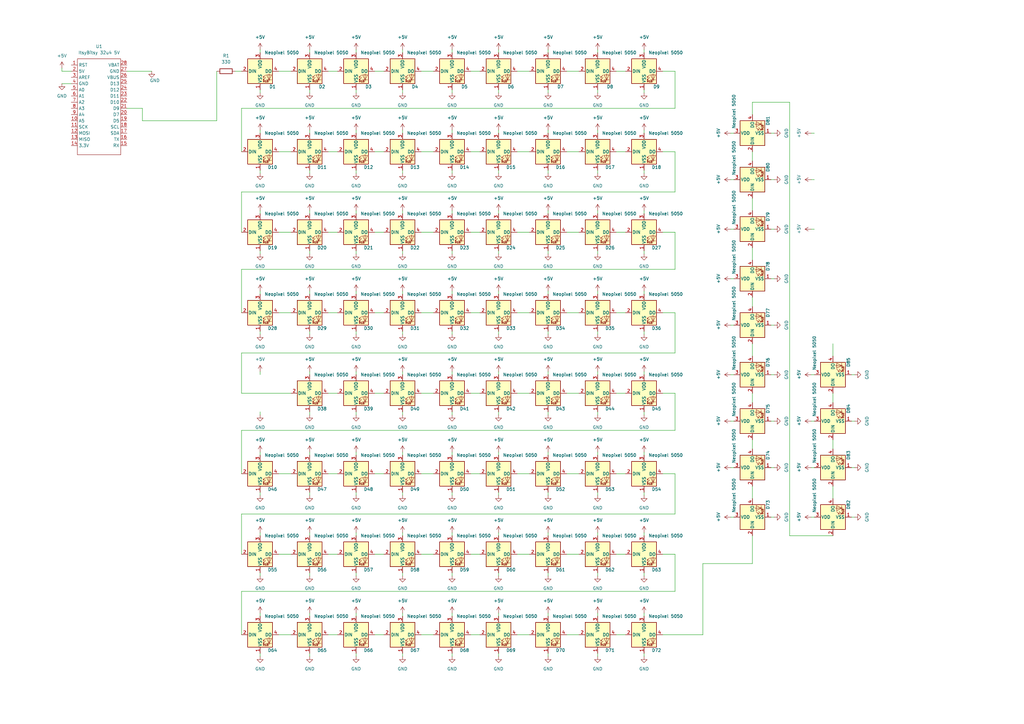
<source format=kicad_sch>
(kicad_sch (version 20211123) (generator eeschema)
  (paper "A3")
  (title_block (title "Graduation Cap") (date "2022-12-23") (rev "1.0") (company "Lala"))
  (wire (pts (xy 127 234.95) (xy 127 236.22)))
  (wire (pts (xy 172.72 62.23) (xy 177.8 62.23)))
  (wire (pts (xy 232.41 194.31) (xy 237.49 194.31)))
  (wire (pts (xy 193.04 227.33) (xy 196.85 227.33)))
  (wire (pts (xy 106.68 218.44) (xy 106.68 219.71)))
  (wire (pts (xy 308.61 125.73) (xy 308.61 121.92)))
  (wire (pts (xy 127 119.38) (xy 127 120.65)))
  (wire (pts (xy 185.42 20.32) (xy 185.42 21.59)))
  (wire (pts (xy 96.52 29.21) (xy 99.06 29.21)))
  (wire (pts (xy 114.3 95.25) (xy 119.38 95.25)))
  (wire (pts (xy 185.42 102.87) (xy 185.42 104.14)))
  (wire (pts (xy 106.68 201.93) (xy 106.68 203.2)))
  (wire (pts (xy 99.06 161.29) (xy 119.38 161.29)))
  (wire (pts (xy 245.11 251.46) (xy 245.11 252.73)))
  (wire (pts (xy 88.9 29.21) (xy 88.9 49.53)))
  (wire (pts (xy 332.74 191.77) (xy 334.01 191.77)))
  (wire (pts (xy 193.04 62.23) (xy 196.85 62.23)))
  (wire (pts (xy 153.67 128.27) (xy 157.48 128.27)))
  (wire (pts (xy 316.23 172.72) (xy 317.5 172.72)))
  (wire (pts (xy 193.04 161.29) (xy 196.85 161.29)))
  (wire (pts (xy 146.05 234.95) (xy 146.05 236.22)))
  (wire (pts (xy 212.09 62.23) (xy 217.17 62.23)))
  (wire (pts (xy 146.05 201.93) (xy 146.05 203.2)))
  (wire (pts (xy 332.74 93.98) (xy 334.01 93.98)))
  (wire (pts (xy 185.42 267.97) (xy 185.42 269.24)))
  (wire (pts (xy 224.79 234.95) (xy 224.79 236.22)))
  (wire (pts (xy 172.72 227.33) (xy 177.8 227.33)))
  (wire (pts (xy 332.74 54.61) (xy 334.01 54.61)))
  (wire (pts (xy 204.47 119.38) (xy 204.47 120.65)))
  (wire (pts (xy 245.11 168.91) (xy 245.11 170.18)))
  (wire (pts (xy 99.06 44.45) (xy 276.86 44.45)))
  (wire (pts (xy 52.07 44.45) (xy 58.42 44.45)))
  (wire (pts (xy 193.04 29.21) (xy 196.85 29.21)))
  (wire (pts (xy 165.1 86.36) (xy 165.1 87.63)))
  (wire (pts (xy 165.1 267.97) (xy 165.1 269.24)))
  (wire (pts (xy 276.86 62.23) (xy 276.86 78.74)))
  (wire (pts (xy 245.11 20.32) (xy 245.11 21.59)))
  (wire (pts (xy 134.62 128.27) (xy 138.43 128.27)))
  (wire (pts (xy 341.63 219.71) (xy 323.85 219.71)))
  (wire (pts (xy 165.1 36.83) (xy 165.1 38.1)))
  (wire (pts (xy 106.68 168.91) (xy 106.68 170.18)))
  (wire (pts (xy 153.67 194.31) (xy 157.48 194.31)))
  (wire (pts (xy 308.61 146.05) (xy 308.61 140.97)))
  (wire (pts (xy 165.1 168.91) (xy 165.1 170.18)))
  (wire (pts (xy 349.25 172.72) (xy 350.52 172.72)))
  (wire (pts (xy 106.68 102.87) (xy 106.68 104.14)))
  (wire (pts (xy 264.16 218.44) (xy 264.16 219.71)))
  (wire (pts (xy 264.16 69.85) (xy 264.16 71.12)))
  (wire (pts (xy 224.79 168.91) (xy 224.79 170.18)))
  (wire (pts (xy 245.11 201.93) (xy 245.11 203.2)))
  (wire (pts (xy 224.79 185.42) (xy 224.79 186.69)))
  (wire (pts (xy 276.86 176.53) (xy 276.86 161.29)))
  (wire (pts (xy 316.23 114.3) (xy 317.5 114.3)))
  (wire (pts (xy 252.73 95.25) (xy 256.54 95.25)))
  (wire (pts (xy 224.79 69.85) (xy 224.79 71.12)))
  (wire (pts (xy 204.47 251.46) (xy 204.47 252.73)))
  (wire (pts (xy 172.72 194.31) (xy 177.8 194.31)))
  (wire (pts (xy 276.86 194.31) (xy 276.86 210.82)))
  (wire (pts (xy 114.3 194.31) (xy 119.38 194.31)))
  (wire (pts (xy 212.09 227.33) (xy 217.17 227.33)))
  (wire (pts (xy 212.09 29.21) (xy 217.17 29.21)))
  (wire (pts (xy 127 185.42) (xy 127 186.69)))
  (wire (pts (xy 127 102.87) (xy 127 104.14)))
  (wire (pts (xy 224.79 201.93) (xy 224.79 203.2)))
  (wire (pts (xy 224.79 267.97) (xy 224.79 269.24)))
  (wire (pts (xy 146.05 168.91) (xy 146.05 170.18)))
  (wire (pts (xy 252.73 260.35) (xy 256.54 260.35)))
  (wire (pts (xy 134.62 62.23) (xy 138.43 62.23)))
  (wire (pts (xy 172.72 95.25) (xy 177.8 95.25)))
  (wire (pts (xy 146.05 69.85) (xy 146.05 71.12)))
  (wire (pts (xy 106.68 69.85) (xy 106.68 71.12)))
  (wire (pts (xy 204.47 20.32) (xy 204.47 21.59)))
  (wire (pts (xy 127 152.4) (xy 127 153.67)))
  (wire (pts (xy 172.72 260.35) (xy 177.8 260.35)))
  (wire (pts (xy 264.16 185.42) (xy 264.16 186.69)))
  (wire (pts (xy 224.79 36.83) (xy 224.79 38.1)))
  (wire (pts (xy 245.11 234.95) (xy 245.11 236.22)))
  (wire (pts (xy 212.09 260.35) (xy 217.17 260.35)))
  (wire (pts (xy 224.79 218.44) (xy 224.79 219.71)))
  (wire (pts (xy 185.42 86.36) (xy 185.42 87.63)))
  (wire (pts (xy 252.73 227.33) (xy 256.54 227.33)))
  (wire (pts (xy 204.47 152.4) (xy 204.47 153.67)))
  (wire (pts (xy 299.72 133.35) (xy 300.99 133.35)))
  (wire (pts (xy 252.73 161.29) (xy 256.54 161.29)))
  (wire (pts (xy 106.68 53.34) (xy 106.68 54.61)))
  (wire (pts (xy 204.47 218.44) (xy 204.47 219.71)))
  (wire (pts (xy 172.72 29.21) (xy 177.8 29.21)))
  (wire (pts (xy 316.23 133.35) (xy 317.5 133.35)))
  (wire (pts (xy 316.23 153.67) (xy 317.5 153.67)))
  (wire (pts (xy 99.06 176.53) (xy 276.86 176.53)))
  (wire (pts (xy 299.72 93.98) (xy 300.99 93.98)))
  (wire (pts (xy 245.11 69.85) (xy 245.11 71.12)))
  (wire (pts (xy 165.1 135.89) (xy 165.1 137.16)))
  (wire (pts (xy 264.16 86.36) (xy 264.16 87.63)))
  (wire (pts (xy 146.05 119.38) (xy 146.05 120.65)))
  (wire (pts (xy 264.16 251.46) (xy 264.16 252.73)))
  (wire (pts (xy 127 201.93) (xy 127 203.2)))
  (wire (pts (xy 308.61 231.14) (xy 308.61 219.71)))
  (wire (pts (xy 114.3 227.33) (xy 119.38 227.33)))
  (wire (pts (xy 271.78 194.31) (xy 276.86 194.31)))
  (wire (pts (xy 134.62 260.35) (xy 138.43 260.35)))
  (wire (pts (xy 165.1 20.32) (xy 165.1 21.59)))
  (wire (pts (xy 127 86.36) (xy 127 87.63)))
  (wire (pts (xy 232.41 227.33) (xy 237.49 227.33)))
  (wire (pts (xy 245.11 135.89) (xy 245.11 137.16)))
  (wire (pts (xy 146.05 267.97) (xy 146.05 269.24)))
  (wire (pts (xy 146.05 53.34) (xy 146.05 54.61)))
  (wire (pts (xy 127 267.97) (xy 127 269.24)))
  (wire (pts (xy 134.62 29.21) (xy 138.43 29.21)))
  (wire (pts (xy 308.61 41.91) (xy 308.61 46.99)))
  (wire (pts (xy 323.85 41.91) (xy 308.61 41.91)))
  (wire (pts (xy 106.68 152.4) (xy 106.68 153.67)))
  (wire (pts (xy 99.06 242.57) (xy 276.86 242.57)))
  (wire (pts (xy 224.79 53.34) (xy 224.79 54.61)))
  (wire (pts (xy 212.09 194.31) (xy 217.17 194.31)))
  (wire (pts (xy 299.72 191.77) (xy 300.99 191.77)))
  (wire (pts (xy 153.67 260.35) (xy 157.48 260.35)))
  (wire (pts (xy 165.1 251.46) (xy 165.1 252.73)))
  (wire (pts (xy 232.41 62.23) (xy 237.49 62.23)))
  (wire (pts (xy 252.73 62.23) (xy 256.54 62.23)))
  (wire (pts (xy 204.47 185.42) (xy 204.47 186.69)))
  (wire (pts (xy 204.47 69.85) (xy 204.47 71.12)))
  (wire (pts (xy 264.16 234.95) (xy 264.16 236.22)))
  (wire (pts (xy 224.79 20.32) (xy 224.79 21.59)))
  (wire (pts (xy 245.11 36.83) (xy 245.11 38.1)))
  (wire (pts (xy 299.72 153.67) (xy 300.99 153.67)))
  (wire (pts (xy 106.68 135.89) (xy 106.68 137.16)))
  (wire (pts (xy 349.25 212.09) (xy 350.52 212.09)))
  (wire (pts (xy 245.11 86.36) (xy 245.11 87.63)))
  (wire (pts (xy 146.05 185.42) (xy 146.05 186.69)))
  (wire (pts (xy 224.79 152.4) (xy 224.79 153.67)))
  (wire (pts (xy 264.16 119.38) (xy 264.16 120.65)))
  (wire (pts (xy 114.3 62.23) (xy 119.38 62.23)))
  (wire (pts (xy 316.23 212.09) (xy 317.5 212.09)))
  (wire (pts (xy 146.05 152.4) (xy 146.05 153.67)))
  (wire (pts (xy 185.42 185.42) (xy 185.42 186.69)))
  (wire (pts (xy 185.42 119.38) (xy 185.42 120.65)))
  (wire (pts (xy 264.16 102.87) (xy 264.16 104.14)))
  (wire (pts (xy 299.72 73.66) (xy 300.99 73.66)))
  (wire (pts (xy 99.06 144.78) (xy 276.86 144.78)))
  (wire (pts (xy 264.16 168.91) (xy 264.16 170.18)))
  (wire (pts (xy 308.61 86.36) (xy 308.61 81.28)))
  (wire (pts (xy 185.42 135.89) (xy 185.42 137.16)))
  (wire (pts (xy 271.78 260.35) (xy 288.29 260.35)))
  (wire (pts (xy 52.07 29.21) (xy 62.23 29.21)))
  (wire (pts (xy 185.42 69.85) (xy 185.42 71.12)))
  (wire (pts (xy 224.79 251.46) (xy 224.79 252.73)))
  (wire (pts (xy 245.11 102.87) (xy 245.11 104.14)))
  (wire (pts (xy 212.09 128.27) (xy 217.17 128.27)))
  (wire (pts (xy 212.09 95.25) (xy 217.17 95.25)))
  (wire (pts (xy 106.68 20.32) (xy 106.68 21.59)))
  (wire (pts (xy 252.73 128.27) (xy 256.54 128.27)))
  (wire (pts (xy 341.63 146.05) (xy 341.63 140.97)))
  (wire (pts (xy 264.16 152.4) (xy 264.16 153.67)))
  (wire (pts (xy 146.05 86.36) (xy 146.05 87.63)))
  (wire (pts (xy 127 36.83) (xy 127 38.1)))
  (wire (pts (xy 165.1 53.34) (xy 165.1 54.61)))
  (wire (pts (xy 308.61 184.15) (xy 308.61 180.34)))
  (wire (pts (xy 308.61 66.04) (xy 308.61 62.23)))
  (wire (pts (xy 127 168.91) (xy 127 170.18)))
  (wire (pts (xy 232.41 260.35) (xy 237.49 260.35)))
  (wire (pts (xy 185.42 201.93) (xy 185.42 203.2)))
  (wire (pts (xy 127 251.46) (xy 127 252.73)))
  (wire (pts (xy 165.1 102.87) (xy 165.1 104.14)))
  (wire (pts (xy 264.16 201.93) (xy 264.16 203.2)))
  (wire (pts (xy 332.74 172.72) (xy 334.01 172.72)))
  (wire (pts (xy 106.68 185.42) (xy 106.68 186.69)))
  (wire (pts (xy 127 218.44) (xy 127 219.71)))
  (wire (pts (xy 134.62 95.25) (xy 138.43 95.25)))
  (wire (pts (xy 99.06 78.74) (xy 99.06 95.25)))
  (wire (pts (xy 58.42 44.45) (xy 58.42 49.53)))
  (wire (pts (xy 323.85 219.71) (xy 323.85 41.91)))
  (wire (pts (xy 332.74 73.66) (xy 334.01 73.66)))
  (wire (pts (xy 332.74 212.09) (xy 334.01 212.09)))
  (wire (pts (xy 146.05 218.44) (xy 146.05 219.71)))
  (wire (pts (xy 252.73 29.21) (xy 256.54 29.21)))
  (wire (pts (xy 127 20.32) (xy 127 21.59)))
  (wire (pts (xy 134.62 227.33) (xy 138.43 227.33)))
  (wire (pts (xy 204.47 201.93) (xy 204.47 203.2)))
  (wire (pts (xy 99.06 161.29) (xy 99.06 144.78)))
  (wire (pts (xy 172.72 161.29) (xy 177.8 161.29)))
  (wire (pts (xy 165.1 234.95) (xy 165.1 236.22)))
  (wire (pts (xy 316.23 54.61) (xy 317.5 54.61)))
  (wire (pts (xy 106.68 267.97) (xy 106.68 269.24)))
  (wire (pts (xy 146.05 36.83) (xy 146.05 38.1)))
  (wire (pts (xy 185.42 218.44) (xy 185.42 219.71)))
  (wire (pts (xy 185.42 53.34) (xy 185.42 54.61)))
  (wire (pts (xy 341.63 184.15) (xy 341.63 180.34)))
  (wire (pts (xy 271.78 62.23) (xy 276.86 62.23)))
  (wire (pts (xy 316.23 191.77) (xy 317.5 191.77)))
  (wire (pts (xy 185.42 251.46) (xy 185.42 252.73)))
  (wire (pts (xy 106.68 234.95) (xy 106.68 236.22)))
  (wire (pts (xy 245.11 152.4) (xy 245.11 153.67)))
  (wire (pts (xy 99.06 260.35) (xy 99.06 242.57)))
  (wire (pts (xy 308.61 204.47) (xy 308.61 199.39)))
  (wire (pts (xy 276.86 44.45) (xy 276.86 29.21)))
  (wire (pts (xy 299.72 172.72) (xy 300.99 172.72)))
  (wire (pts (xy 204.47 135.89) (xy 204.47 137.16)))
  (wire (pts (xy 264.16 267.97) (xy 264.16 269.24)))
  (wire (pts (xy 193.04 128.27) (xy 196.85 128.27)))
  (wire (pts (xy 134.62 161.29) (xy 138.43 161.29)))
  (wire (pts (xy 114.3 29.21) (xy 119.38 29.21)))
  (wire (pts (xy 341.63 165.1) (xy 341.63 161.29)))
  (wire (pts (xy 264.16 135.89) (xy 264.16 137.16)))
  (wire (pts (xy 88.9 49.53) (xy 58.42 49.53)))
  (wire (pts (xy 276.86 161.29) (xy 271.78 161.29)))
  (wire (pts (xy 204.47 102.87) (xy 204.47 104.14)))
  (wire (pts (xy 193.04 260.35) (xy 196.85 260.35)))
  (wire (pts (xy 146.05 135.89) (xy 146.05 137.16)))
  (wire (pts (xy 165.1 69.85) (xy 165.1 71.12)))
  (wire (pts (xy 212.09 161.29) (xy 217.17 161.29)))
  (wire (pts (xy 264.16 53.34) (xy 264.16 54.61)))
  (wire (pts (xy 264.16 20.32) (xy 264.16 21.59)))
  (wire (pts (xy 245.11 218.44) (xy 245.11 219.71)))
  (wire (pts (xy 99.06 62.23) (xy 99.06 44.45)))
  (wire (pts (xy 224.79 135.89) (xy 224.79 137.16)))
  (wire (pts (xy 99.06 110.49) (xy 276.86 110.49)))
  (wire (pts (xy 153.67 161.29) (xy 157.48 161.29)))
  (wire (pts (xy 232.41 128.27) (xy 237.49 128.27)))
  (wire (pts (xy 308.61 165.1) (xy 308.61 161.29)))
  (wire (pts (xy 349.25 153.67) (xy 350.52 153.67)))
  (wire (pts (xy 134.62 194.31) (xy 138.43 194.31)))
  (wire (pts (xy 153.67 29.21) (xy 157.48 29.21)))
  (wire (pts (xy 99.06 194.31) (xy 99.06 176.53)))
  (wire (pts (xy 308.61 106.68) (xy 308.61 101.6)))
  (wire (pts (xy 25.4 27.94) (xy 25.4 29.21)))
  (wire (pts (xy 146.05 20.32) (xy 146.05 21.59)))
  (wire (pts (xy 106.68 119.38) (xy 106.68 120.65)))
  (wire (pts (xy 146.05 102.87) (xy 146.05 104.14)))
  (wire (pts (xy 106.68 86.36) (xy 106.68 87.63)))
  (wire (pts (xy 245.11 267.97) (xy 245.11 269.24)))
  (wire (pts (xy 224.79 119.38) (xy 224.79 120.65)))
  (wire (pts (xy 232.41 95.25) (xy 237.49 95.25)))
  (wire (pts (xy 204.47 234.95) (xy 204.47 236.22)))
  (wire (pts (xy 316.23 73.66) (xy 317.5 73.66)))
  (wire (pts (xy 204.47 267.97) (xy 204.47 269.24)))
  (wire (pts (xy 165.1 201.93) (xy 165.1 203.2)))
  (wire (pts (xy 153.67 227.33) (xy 157.48 227.33)))
  (wire (pts (xy 299.72 54.61) (xy 300.99 54.61)))
  (wire (pts (xy 276.86 242.57) (xy 276.86 227.33)))
  (wire (pts (xy 316.23 93.98) (xy 317.5 93.98)))
  (wire (pts (xy 172.72 128.27) (xy 177.8 128.27)))
  (wire (pts (xy 276.86 210.82) (xy 99.06 210.82)))
  (wire (pts (xy 165.1 152.4) (xy 165.1 153.67)))
  (wire (pts (xy 245.11 53.34) (xy 245.11 54.61)))
  (wire (pts (xy 204.47 86.36) (xy 204.47 87.63)))
  (wire (pts (xy 288.29 231.14) (xy 308.61 231.14)))
  (wire (pts (xy 349.25 191.77) (xy 350.52 191.77)))
  (wire (pts (xy 165.1 218.44) (xy 165.1 219.71)))
  (wire (pts (xy 165.1 119.38) (xy 165.1 120.65)))
  (wire (pts (xy 264.16 36.83) (xy 264.16 38.1)))
  (wire (pts (xy 204.47 168.91) (xy 204.47 170.18)))
  (wire (pts (xy 276.86 128.27) (xy 271.78 128.27)))
  (wire (pts (xy 165.1 185.42) (xy 165.1 186.69)))
  (wire (pts (xy 245.11 185.42) (xy 245.11 186.69)))
  (wire (pts (xy 299.72 212.09) (xy 300.99 212.09)))
  (wire (pts (xy 106.68 251.46) (xy 106.68 252.73)))
  (wire (pts (xy 153.67 95.25) (xy 157.48 95.25)))
  (wire (pts (xy 299.72 114.3) (xy 300.99 114.3)))
  (wire (pts (xy 276.86 144.78) (xy 276.86 128.27)))
  (wire (pts (xy 146.05 251.46) (xy 146.05 252.73)))
  (wire (pts (xy 288.29 260.35) (xy 288.29 231.14)))
  (wire (pts (xy 204.47 36.83) (xy 204.47 38.1)))
  (wire (pts (xy 114.3 260.35) (xy 119.38 260.35)))
  (wire (pts (xy 341.63 204.47) (xy 341.63 199.39)))
  (wire (pts (xy 193.04 95.25) (xy 196.85 95.25)))
  (wire (pts (xy 252.73 194.31) (xy 256.54 194.31)))
  (wire (pts (xy 232.41 29.21) (xy 237.49 29.21)))
  (wire (pts (xy 127 53.34) (xy 127 54.61)))
  (wire (pts (xy 99.06 128.27) (xy 99.06 110.49)))
  (wire (pts (xy 127 135.89) (xy 127 137.16)))
  (wire (pts (xy 153.67 62.23) (xy 157.48 62.23)))
  (wire (pts (xy 224.79 102.87) (xy 224.79 104.14)))
  (wire (pts (xy 25.4 34.29) (xy 29.21 34.29)))
  (wire (pts (xy 114.3 128.27) (xy 119.38 128.27)))
  (wire (pts (xy 224.79 86.36) (xy 224.79 87.63)))
  (wire (pts (xy 193.04 194.31) (xy 196.85 194.31)))
  (wire (pts (xy 204.47 53.34) (xy 204.47 54.61)))
  (wire (pts (xy 185.42 234.95) (xy 185.42 236.22)))
  (wire (pts (xy 332.74 153.67) (xy 334.01 153.67)))
  (wire (pts (xy 185.42 152.4) (xy 185.42 153.67)))
  (wire (pts (xy 232.41 161.29) (xy 237.49 161.29)))
  (wire (pts (xy 185.42 36.83) (xy 185.42 38.1)))
  (wire (pts (xy 276.86 29.21) (xy 271.78 29.21)))
  (wire (pts (xy 276.86 227.33) (xy 271.78 227.33)))
  (wire (pts (xy 185.42 168.91) (xy 185.42 170.18)))
  (wire (pts (xy 25.4 29.21) (xy 29.21 29.21)))
  (wire (pts (xy 127 69.85) (xy 127 71.12)))
  (wire (pts (xy 106.68 36.83) (xy 106.68 38.1)))
  (wire (pts (xy 276.86 95.25) (xy 271.78 95.25)))
  (wire (pts (xy 276.86 78.74) (xy 99.06 78.74)))
  (wire (pts (xy 99.06 210.82) (xy 99.06 227.33)))
  (wire (pts (xy 245.11 119.38) (xy 245.11 120.65)))
  (wire (pts (xy 276.86 110.49) (xy 276.86 95.25)))
  (symbol (lib_id "LED:Inolux_IN-PI554FCH") (at 264.16 128.27 0) (unit 1)
    (property "Reference" "D36" (at 269.24 134.62 0))
    (property "Value" "Neopixel 5050" (at 273.05 120.65 0))
    (property "Footprint" "LED_SMD:LED_Inolux_IN-PI554FCH_PLCC4_5.0x5.0mm_P3.2mm" (effects hide))
    (property "Datasheet" "http://www.inolux-corp.com/datasheet/SMDLED/Addressable%20LED/IN-PI554FCH.pdf" (effects hide))
  )
  (symbol (lib_id "LED:Inolux_IN-PI554FCH") (at 204.47 227.33 0) (unit 1)
    (property "Reference" "D60" (at 209.55 233.68 0))
    (property "Value" "Neopixel 5050" (at 213.36 219.71 0))
    (property "Footprint" "LED_SMD:LED_Inolux_IN-PI554FCH_PLCC4_5.0x5.0mm_P3.2mm" (effects hide))
    (property "Datasheet" "http://www.inolux-corp.com/datasheet/SMDLED/Addressable%20LED/IN-PI554FCH.pdf" (effects hide))
  )
  (symbol (lib_id "power:GND") (at 127 170.18 0) (unit 1)
    (property "Reference" "#PWR0237" (effects hide))
    (property "Value" "GND" (at 127 175.26 0))
  )
  (symbol (lib_id "LED:Inolux_IN-PI554FCH") (at 165.1 161.29 0) (unit 1)
    (property "Reference" "D40" (at 170.18 167.64 0))
    (property "Value" "Neopixel 5050" (at 173.99 153.67 0))
    (property "Footprint" "LED_SMD:LED_Inolux_IN-PI554FCH_PLCC4_5.0x5.0mm_P3.2mm" (effects hide))
    (property "Datasheet" "http://www.inolux-corp.com/datasheet/SMDLED/Addressable%20LED/IN-PI554FCH.pdf" (effects hide))
  )
  (symbol (lib_id "power:GND") (at 127 137.16 0) (unit 1)
    (property "Reference" "#PWR0170" (effects hide))
    (property "Value" "GND" (at 127 142.24 0))
  )
  (symbol (lib_id "power:GND") (at 224.79 236.22 0) (unit 1)
    (property "Reference" "#PWR0217" (effects hide))
    (property "Value" "GND" (at 224.79 241.3 0))
  )
  (symbol (lib_id "power:GND") (at 165.1 38.1 0) (unit 1)
    (property "Reference" "#PWR0152" (effects hide))
    (property "Value" "GND" (at 165.1 43.18 0))
  )
  (symbol (lib_id "LED:Inolux_IN-PI554FCH") (at 264.16 227.33 0) (unit 1)
    (property "Reference" "D63" (at 269.24 233.68 0))
    (property "Value" "Neopixel 5050" (at 273.05 219.71 0))
    (property "Footprint" "LED_SMD:LED_Inolux_IN-PI554FCH_PLCC4_5.0x5.0mm_P3.2mm" (effects hide))
    (property "Datasheet" "http://www.inolux-corp.com/datasheet/SMDLED/Addressable%20LED/IN-PI554FCH.pdf" (effects hide))
  )
  (symbol (lib_id "LED:Inolux_IN-PI554FCH") (at 146.05 227.33 0) (unit 1)
    (property "Reference" "D57" (at 151.13 233.68 0))
    (property "Value" "Neopixel 5050" (at 154.94 219.71 0))
    (property "Footprint" "LED_SMD:LED_Inolux_IN-PI554FCH_PLCC4_5.0x5.0mm_P3.2mm" (effects hide))
    (property "Datasheet" "http://www.inolux-corp.com/datasheet/SMDLED/Addressable%20LED/IN-PI554FCH.pdf" (effects hide))
  )
  (symbol (lib_id "power:+5V") (at 224.79 86.36 0) (unit 1)
    (property "Reference" "#PWR0149" (effects hide))
    (property "Value" "+5V" (at 224.79 81.28 0))
  )
  (symbol (lib_id "LED:Inolux_IN-PI554FCH") (at 106.68 95.25 0) (unit 1)
    (property "Reference" "D19" (at 111.76 101.6 0))
    (property "Value" "Neopixel 5050" (at 115.57 87.63 0))
    (property "Footprint" "LED_SMD:LED_Inolux_IN-PI554FCH_PLCC4_5.0x5.0mm_P3.2mm" (effects hide))
    (property "Datasheet" "http://www.inolux-corp.com/datasheet/SMDLED/Addressable%20LED/IN-PI554FCH.pdf" (effects hide))
  )
  (symbol (lib_id "power:+5V") (at 127 152.4 0) (unit 1)
    (property "Reference" "#PWR0229" (effects hide))
    (property "Value" "+5V" (at 127 147.32 0))
  )
  (symbol (lib_id "LED:Inolux_IN-PI554FCH") (at 106.68 227.33 0) (unit 1)
    (property "Reference" "D55" (at 111.76 233.68 0))
    (property "Value" "Neopixel 5050" (at 115.57 219.71 0))
    (property "Footprint" "LED_SMD:LED_Inolux_IN-PI554FCH_PLCC4_5.0x5.0mm_P3.2mm" (effects hide))
    (property "Datasheet" "http://www.inolux-corp.com/datasheet/SMDLED/Addressable%20LED/IN-PI554FCH.pdf" (effects hide))
  )
  (symbol (lib_id "power:+5V") (at 299.72 191.77 90) (unit 1)
    (property "Reference" "#PWR0262" (effects hide))
    (property "Value" "+5V" (at 294.64 191.77 0))
  )
  (symbol (lib_id "power:GND") (at 204.47 104.14 0) (unit 1)
    (property "Reference" "#PWR0115" (effects hide))
    (property "Value" "GND" (at 204.47 109.22 0))
  )
  (symbol (lib_id "LED:Inolux_IN-PI554FCH") (at 127 161.29 0) (unit 1)
    (property "Reference" "D38" (at 132.08 167.64 0))
    (property "Value" "Neopixel 5050" (at 135.89 153.67 0))
    (property "Footprint" "LED_SMD:LED_Inolux_IN-PI554FCH_PLCC4_5.0x5.0mm_P3.2mm" (effects hide))
    (property "Datasheet" "http://www.inolux-corp.com/datasheet/SMDLED/Addressable%20LED/IN-PI554FCH.pdf" (effects hide))
  )
  (symbol (lib_id "power:+5V") (at 127 185.42 0) (unit 1)
    (property "Reference" "#PWR0236" (effects hide))
    (property "Value" "+5V" (at 127 180.34 0))
  )
  (symbol (lib_id "power:+5V") (at 106.68 53.34 0) (unit 1)
    (property "Reference" "#PWR0127" (effects hide))
    (property "Value" "+5V" (at 106.68 48.26 0))
  )
  (symbol (lib_id "power:GND") (at 224.79 71.12 0) (unit 1)
    (property "Reference" "#PWR0106" (effects hide))
    (property "Value" "GND" (at 224.79 76.2 0))
  )
  (symbol (lib_id "LED:Inolux_IN-PI554FCH") (at 146.05 128.27 0) (unit 1)
    (property "Reference" "D30" (at 151.13 134.62 0))
    (property "Value" "Neopixel 5050" (at 154.94 120.65 0))
    (property "Footprint" "LED_SMD:LED_Inolux_IN-PI554FCH_PLCC4_5.0x5.0mm_P3.2mm" (effects hide))
    (property "Datasheet" "http://www.inolux-corp.com/datasheet/SMDLED/Addressable%20LED/IN-PI554FCH.pdf" (effects hide))
  )
  (symbol (lib_id "LED:Inolux_IN-PI554FCH") (at 165.1 227.33 0) (unit 1)
    (property "Reference" "D58" (at 170.18 233.68 0))
    (property "Value" "Neopixel 5050" (at 173.99 219.71 0))
    (property "Footprint" "LED_SMD:LED_Inolux_IN-PI554FCH_PLCC4_5.0x5.0mm_P3.2mm" (effects hide))
    (property "Datasheet" "http://www.inolux-corp.com/datasheet/SMDLED/Addressable%20LED/IN-PI554FCH.pdf" (effects hide))
  )
  (symbol (lib_id "power:+5V") (at 245.11 53.34 0) (unit 1)
    (property "Reference" "#PWR0102" (effects hide))
    (property "Value" "+5V" (at 245.11 48.26 0))
  )
  (symbol (lib_id "power:+5V") (at 146.05 20.32 0) (unit 1)
    (property "Reference" "#PWR0158" (effects hide))
    (property "Value" "+5V" (at 146.05 15.24 0))
  )
  (symbol (lib_id "LED:Inolux_IN-PI554FCH") (at 308.61 153.67 90) (unit 1)
    (property "Reference" "D76" (at 314.96 148.59 0))
    (property "Value" "Neopixel 5050" (at 300.99 144.78 0))
    (property "Footprint" "LED_SMD:LED_Inolux_IN-PI554FCH_PLCC4_5.0x5.0mm_P3.2mm" (effects hide))
    (property "Datasheet" "http://www.inolux-corp.com/datasheet/SMDLED/Addressable%20LED/IN-PI554FCH.pdf" (effects hide))
  )
  (symbol (lib_id "LED:Inolux_IN-PI554FCH") (at 185.42 95.25 0) (unit 1)
    (property "Reference" "D23" (at 190.5 101.6 0))
    (property "Value" "Neopixel 5050" (at 194.31 87.63 0))
    (property "Footprint" "LED_SMD:LED_Inolux_IN-PI554FCH_PLCC4_5.0x5.0mm_P3.2mm" (effects hide))
    (property "Datasheet" "http://www.inolux-corp.com/datasheet/SMDLED/Addressable%20LED/IN-PI554FCH.pdf" (effects hide))
  )
  (symbol (lib_id "power:+5V") (at 204.47 20.32 0) (unit 1)
    (property "Reference" "#PWR0155" (effects hide))
    (property "Value" "+5V" (at 204.47 15.24 0))
  )
  (symbol (lib_id "power:+5V") (at 185.42 53.34 0) (unit 1)
    (property "Reference" "#PWR0143" (effects hide))
    (property "Value" "+5V" (at 185.42 48.26 0))
  )
  (symbol (lib_id "power:GND") (at 245.11 104.14 0) (unit 1)
    (property "Reference" "#PWR0121" (effects hide))
    (property "Value" "GND" (at 245.11 109.22 0))
  )
  (symbol (lib_id "LED:Inolux_IN-PI554FCH") (at 146.05 194.31 0) (unit 1)
    (property "Reference" "D48" (at 151.13 200.66 0))
    (property "Value" "Neopixel 5050" (at 154.94 186.69 0))
    (property "Footprint" "LED_SMD:LED_Inolux_IN-PI554FCH_PLCC4_5.0x5.0mm_P3.2mm" (effects hide))
    (property "Datasheet" "http://www.inolux-corp.com/datasheet/SMDLED/Addressable%20LED/IN-PI554FCH.pdf" (effects hide))
  )
  (symbol (lib_id "LED:Inolux_IN-PI554FCH") (at 341.63 191.77 90) (unit 1)
    (property "Reference" "D83" (at 347.98 186.69 0))
    (property "Value" "Neopixel 5050" (at 334.01 182.88 0))
    (property "Footprint" "LED_SMD:LED_Inolux_IN-PI554FCH_PLCC4_5.0x5.0mm_P3.2mm" (effects hide))
    (property "Datasheet" "http://www.inolux-corp.com/datasheet/SMDLED/Addressable%20LED/IN-PI554FCH.pdf" (effects hide))
  )
  (symbol (lib_id "LED:Inolux_IN-PI554FCH") (at 146.05 95.25 0) (unit 1)
    (property "Reference" "D21" (at 151.13 101.6 0))
    (property "Value" "Neopixel 5050" (at 154.94 87.63 0))
    (property "Footprint" "LED_SMD:LED_Inolux_IN-PI554FCH_PLCC4_5.0x5.0mm_P3.2mm" (effects hide))
    (property "Datasheet" "http://www.inolux-corp.com/datasheet/SMDLED/Addressable%20LED/IN-PI554FCH.pdf" (effects hide))
  )
  (symbol (lib_id "power:GND") (at 146.05 104.14 0) (unit 1)
    (property "Reference" "#PWR0162" (effects hide))
    (property "Value" "GND" (at 146.05 109.22 0))
  )
  (symbol (lib_id "power:GND") (at 245.11 236.22 0) (unit 1)
    (property "Reference" "#PWR0218" (effects hide))
    (property "Value" "GND" (at 245.11 241.3 0))
  )
  (symbol (lib_id "LED:Inolux_IN-PI554FCH") (at 165.1 194.31 0) (unit 1)
    (property "Reference" "D49" (at 170.18 200.66 0))
    (property "Value" "Neopixel 5050" (at 173.99 186.69 0))
    (property "Footprint" "LED_SMD:LED_Inolux_IN-PI554FCH_PLCC4_5.0x5.0mm_P3.2mm" (effects hide))
    (property "Datasheet" "http://www.inolux-corp.com/datasheet/SMDLED/Addressable%20LED/IN-PI554FCH.pdf" (effects hide))
  )
  (symbol (lib_id "power:GND") (at 264.16 269.24 0) (unit 1)
    (property "Reference" "#PWR0220" (effects hide))
    (property "Value" "GND" (at 264.16 274.32 0))
  )
  (symbol (lib_id "power:GND") (at 204.47 137.16 0) (unit 1)
    (property "Reference" "#PWR0117" (effects hide))
    (property "Value" "GND" (at 204.47 142.24 0))
  )
  (symbol (lib_id "power:GND") (at 165.1 137.16 0) (unit 1)
    (property "Reference" "#PWR0136" (effects hide))
    (property "Value" "GND" (at 165.1 142.24 0))
  )
  (symbol (lib_id "power:GND") (at 185.42 236.22 0) (unit 1)
    (property "Reference" "#PWR0215" (effects hide))
    (property "Value" "GND" (at 185.42 241.3 0))
  )
  (symbol (lib_id "LED:Inolux_IN-PI554FCH") (at 127 95.25 0) (unit 1)
    (property "Reference" "D20" (at 132.08 101.6 0))
    (property "Value" "Neopixel 5050" (at 135.89 87.63 0))
    (property "Footprint" "LED_SMD:LED_Inolux_IN-PI554FCH_PLCC4_5.0x5.0mm_P3.2mm" (effects hide))
    (property "Datasheet" "http://www.inolux-corp.com/datasheet/SMDLED/Addressable%20LED/IN-PI554FCH.pdf" (effects hide))
  )
  (symbol (lib_id "power:GND") (at 106.68 269.24 0) (unit 1)
    (property "Reference" "#PWR0180" (effects hide))
    (property "Value" "GND" (at 106.68 274.32 0))
  )
  (symbol (lib_id "power:GND") (at 146.05 269.24 0) (unit 1)
    (property "Reference" "#PWR0176" (effects hide))
    (property "Value" "GND" (at 146.05 274.32 0))
  )
  (symbol (lib_id "power:+5V") (at 245.11 20.32 0) (unit 1)
    (property "Reference" "#PWR0107" (effects hide))
    (property "Value" "+5V" (at 245.11 15.24 0))
  )
  (symbol (lib_id "power:+5V") (at 146.05 218.44 0) (unit 1)
    (property "Reference" "#PWR0224" (effects hide))
    (property "Value" "+5V" (at 146.05 213.36 0))
  )
  (symbol (lib_id "power:+5V") (at 264.16 119.38 0) (unit 1)
    (property "Reference" "#PWR0123" (effects hide))
    (property "Value" "+5V" (at 264.16 114.3 0))
  )
  (symbol (lib_id "power:+5V") (at 106.68 185.42 0) (unit 1)
    (property "Reference" "#PWR0238" (effects hide))
    (property "Value" "+5V" (at 106.68 180.34 0))
  )
  (symbol (lib_id "power:+5V") (at 106.68 218.44 0) (unit 1)
    (property "Reference" "#PWR0175" (effects hide))
    (property "Value" "+5V" (at 106.68 213.36 0))
  )
  (symbol (lib_id "LED:Inolux_IN-PI554FCH") (at 264.16 161.29 0) (unit 1)
    (property "Reference" "D45" (at 269.24 167.64 0))
    (property "Value" "Neopixel 5050" (at 273.05 153.67 0))
    (property "Footprint" "LED_SMD:LED_Inolux_IN-PI554FCH_PLCC4_5.0x5.0mm_P3.2mm" (effects hide))
    (property "Datasheet" "http://www.inolux-corp.com/datasheet/SMDLED/Addressable%20LED/IN-PI554FCH.pdf" (effects hide))
  )
  (symbol (lib_id "LED:Inolux_IN-PI554FCH") (at 165.1 128.27 0) (unit 1)
    (property "Reference" "D31" (at 170.18 134.62 0))
    (property "Value" "Neopixel 5050" (at 173.99 120.65 0))
    (property "Footprint" "LED_SMD:LED_Inolux_IN-PI554FCH_PLCC4_5.0x5.0mm_P3.2mm" (effects hide))
    (property "Datasheet" "http://www.inolux-corp.com/datasheet/SMDLED/Addressable%20LED/IN-PI554FCH.pdf" (effects hide))
  )
  (symbol (lib_id "power:+5V") (at 185.42 152.4 0) (unit 1)
    (property "Reference" "#PWR0244" (effects hide))
    (property "Value" "+5V" (at 185.42 147.32 0))
  )
  (symbol (lib_id "power:+5V") (at 299.72 212.09 90) (unit 1)
    (property "Reference" "#PWR0269" (effects hide))
    (property "Value" "+5V" (at 294.64 212.09 0))
  )
  (symbol (lib_id "LED:Inolux_IN-PI554FCH") (at 146.05 29.21 0) (unit 1)
    (property "Reference" "D3" (at 151.13 35.56 0))
    (property "Value" "Neopixel 5050" (at 154.94 21.59 0))
    (property "Footprint" "LED_SMD:LED_Inolux_IN-PI554FCH_PLCC4_5.0x5.0mm_P3.2mm" (effects hide))
    (property "Datasheet" "http://www.inolux-corp.com/datasheet/SMDLED/Addressable%20LED/IN-PI554FCH.pdf" (effects hide))
  )
  (symbol (lib_id "LED:Inolux_IN-PI554FCH") (at 185.42 227.33 0) (unit 1)
    (property "Reference" "D59" (at 190.5 233.68 0))
    (property "Value" "Neopixel 5050" (at 194.31 219.71 0))
    (property "Footprint" "LED_SMD:LED_Inolux_IN-PI554FCH_PLCC4_5.0x5.0mm_P3.2mm" (effects hide))
    (property "Datasheet" "http://www.inolux-corp.com/datasheet/SMDLED/Addressable%20LED/IN-PI554FCH.pdf" (effects hide))
  )
  (symbol (lib_id "LED:Inolux_IN-PI554FCH") (at 341.63 153.67 90) (unit 1)
    (property "Reference" "D85" (at 347.98 148.59 0))
    (property "Value" "Neopixel 5050" (at 334.01 144.78 0))
    (property "Footprint" "LED_SMD:LED_Inolux_IN-PI554FCH_PLCC4_5.0x5.0mm_P3.2mm" (effects hide))
    (property "Datasheet" "http://www.inolux-corp.com/datasheet/SMDLED/Addressable%20LED/IN-PI554FCH.pdf" (effects hide))
  )
  (symbol (lib_id "power:GND") (at 204.47 170.18 0) (unit 1)
    (property "Reference" "#PWR0202" (effects hide))
    (property "Value" "GND" (at 204.47 175.26 0))
  )
  (symbol (lib_id "LED:Inolux_IN-PI554FCH") (at 146.05 62.23 0) (unit 1)
    (property "Reference" "D12" (at 151.13 68.58 0))
    (property "Value" "Neopixel 5050" (at 154.94 54.61 0))
    (property "Footprint" "LED_SMD:LED_Inolux_IN-PI554FCH_PLCC4_5.0x5.0mm_P3.2mm" (effects hide))
    (property "Datasheet" "http://www.inolux-corp.com/datasheet/SMDLED/Addressable%20LED/IN-PI554FCH.pdf" (effects hide))
  )
  (symbol (lib_id "LED:Inolux_IN-PI554FCH") (at 308.61 172.72 90) (unit 1)
    (property "Reference" "D75" (at 314.96 167.64 0))
    (property "Value" "Neopixel 5050" (at 300.99 163.83 0))
    (property "Footprint" "LED_SMD:LED_Inolux_IN-PI554FCH_PLCC4_5.0x5.0mm_P3.2mm" (effects hide))
    (property "Datasheet" "http://www.inolux-corp.com/datasheet/SMDLED/Addressable%20LED/IN-PI554FCH.pdf" (effects hide))
  )
  (symbol (lib_id "power:+5V") (at 299.72 73.66 90) (unit 1)
    (property "Reference" "#PWR0248" (effects hide))
    (property "Value" "+5V" (at 294.64 73.66 0))
  )
  (symbol (lib_id "power:+5V") (at 204.47 86.36 0) (unit 1)
    (property "Reference" "#PWR0141" (effects hide))
    (property "Value" "+5V" (at 204.47 81.28 0))
  )
  (symbol (lib_id "power:+5V") (at 224.79 119.38 0) (unit 1)
    (property "Reference" "#PWR0125" (effects hide))
    (property "Value" "+5V" (at 224.79 114.3 0))
  )
  (symbol (lib_id "LED:Inolux_IN-PI554FCH") (at 308.61 73.66 90) (unit 1)
    (property "Reference" "D80" (at 314.96 68.58 0))
    (property "Value" "Neopixel 5050" (at 300.99 64.77 0))
    (property "Footprint" "LED_SMD:LED_Inolux_IN-PI554FCH_PLCC4_5.0x5.0mm_P3.2mm" (effects hide))
    (property "Datasheet" "http://www.inolux-corp.com/datasheet/SMDLED/Addressable%20LED/IN-PI554FCH.pdf" (effects hide))
  )
  (symbol (lib_id "power:GND") (at 350.52 172.72 90) (unit 1)
    (property "Reference" "#PWR0271" (effects hide))
    (property "Value" "GND" (at 355.6 172.72 0))
  )
  (symbol (lib_id "LED:Inolux_IN-PI554FCH") (at 185.42 29.21 0) (unit 1)
    (property "Reference" "D5" (at 190.5 35.56 0))
    (property "Value" "Neopixel 5050" (at 194.31 21.59 0))
    (property "Footprint" "LED_SMD:LED_Inolux_IN-PI554FCH_PLCC4_5.0x5.0mm_P3.2mm" (effects hide))
    (property "Datasheet" "http://www.inolux-corp.com/datasheet/SMDLED/Addressable%20LED/IN-PI554FCH.pdf" (effects hide))
  )
  (symbol (lib_id "power:+5V") (at 204.47 218.44 0) (unit 1)
    (property "Reference" "#PWR0199" (effects hide))
    (property "Value" "+5V" (at 204.47 213.36 0))
  )
  (symbol (lib_id "power:GND") (at 264.16 236.22 0) (unit 1)
    (property "Reference" "#PWR0185" (effects hide))
    (property "Value" "GND" (at 264.16 241.3 0))
  )
  (symbol (lib_id "power:+5V") (at 245.11 218.44 0) (unit 1)
    (property "Reference" "#PWR0187" (effects hide))
    (property "Value" "+5V" (at 245.11 213.36 0))
  )
  (symbol (lib_id "power:GND") (at 264.16 104.14 0) (unit 1)
    (property "Reference" "#PWR0124" (effects hide))
    (property "Value" "GND" (at 264.16 109.22 0))
  )
  (symbol (lib_id "power:GND") (at 127 269.24 0) (unit 1)
    (property "Reference" "#PWR0179" (effects hide))
    (property "Value" "GND" (at 127 274.32 0))
  )
  (symbol (lib_id "power:+5V") (at 185.42 251.46 0) (unit 1)
    (property "Reference" "#PWR0206" (effects hide))
    (property "Value" "+5V" (at 185.42 246.38 0))
  )
  (symbol (lib_id "power:+5V") (at 106.68 86.36 0) (unit 1)
    (property "Reference" "#PWR0173" (effects hide))
    (property "Value" "+5V" (at 106.68 81.28 0))
  )
  (symbol (lib_id "power:GND") (at 245.11 38.1 0) (unit 1)
    (property "Reference" "#PWR0114" (effects hide))
    (property "Value" "GND" (at 245.11 43.18 0))
  )
  (symbol (lib_id "LED:Inolux_IN-PI554FCH") (at 264.16 95.25 0) (unit 1)
    (property "Reference" "D27" (at 269.24 101.6 0))
    (property "Value" "Neopixel 5050" (at 273.05 87.63 0))
    (property "Footprint" "LED_SMD:LED_Inolux_IN-PI554FCH_PLCC4_5.0x5.0mm_P3.2mm" (effects hide))
    (property "Datasheet" "http://www.inolux-corp.com/datasheet/SMDLED/Addressable%20LED/IN-PI554FCH.pdf" (effects hide))
  )
  (symbol (lib_id "power:+5V") (at 332.74 54.61 90) (unit 1)
    (property "Reference" "#PWR0250" (effects hide))
    (property "Value" "+5V" (at 327.66 54.61 0))
  )
  (symbol (lib_id "power:GND") (at 185.42 203.2 0) (unit 1)
    (property "Reference" "#PWR0204" (effects hide))
    (property "Value" "GND" (at 185.42 208.28 0))
  )
  (symbol (lib_id "power:GND") (at 204.47 269.24 0) (unit 1)
    (property "Reference" "#PWR0212" (effects hide))
    (property "Value" "GND" (at 204.47 274.32 0))
  )
  (symbol (lib_id "power:GND") (at 264.16 137.16 0) (unit 1)
    (property "Reference" "#PWR0122" (effects hide))
    (property "Value" "GND" (at 264.16 142.24 0))
  )
  (symbol (lib_id "power:GND") (at 245.11 203.2 0) (unit 1)
    (property "Reference" "#PWR0188" (effects hide))
    (property "Value" "GND" (at 245.11 208.28 0))
  )
  (symbol (lib_id "power:+5V") (at 165.1 152.4 0) (unit 1)
    (property "Reference" "#PWR0242" (effects hide))
    (property "Value" "+5V" (at 165.1 147.32 0))
  )
  (symbol (lib_id "power:GND") (at 146.05 137.16 0) (unit 1)
    (property "Reference" "#PWR0135" (effects hide))
    (property "Value" "GND" (at 146.05 142.24 0))
  )
  (symbol (lib_id "LED:Inolux_IN-PI554FCH") (at 245.11 260.35 0) (unit 1)
    (property "Reference" "D71" (at 250.19 266.7 0))
    (property "Value" "Neopixel 5050" (at 254 252.73 0))
    (property "Footprint" "LED_SMD:LED_Inolux_IN-PI554FCH_PLCC4_5.0x5.0mm_P3.2mm" (effects hide))
    (property "Datasheet" "http://www.inolux-corp.com/datasheet/SMDLED/Addressable%20LED/IN-PI554FCH.pdf" (effects hide))
  )
  (symbol (lib_id "power:GND") (at 127 71.12 0) (unit 1)
    (property "Reference" "#PWR0171" (effects hide))
    (property "Value" "GND" (at 127 76.2 0))
  )
  (symbol (lib_id "power:+5V") (at 165.1 53.34 0) (unit 1)
    (property "Reference" "#PWR0146" (effects hide))
    (property "Value" "+5V" (at 165.1 48.26 0))
  )
  (symbol (lib_id "LED:Inolux_IN-PI554FCH") (at 224.79 161.29 0) (unit 1)
    (property "Reference" "D43" (at 229.87 167.64 0))
    (property "Value" "Neopixel 5050" (at 233.68 153.67 0))
    (property "Footprint" "LED_SMD:LED_Inolux_IN-PI554FCH_PLCC4_5.0x5.0mm_P3.2mm" (effects hide))
    (property "Datasheet" "http://www.inolux-corp.com/datasheet/SMDLED/Addressable%20LED/IN-PI554FCH.pdf" (effects hide))
  )
  (symbol (lib_id "LED:Inolux_IN-PI554FCH") (at 264.16 62.23 0) (unit 1)
    (property "Reference" "D18" (at 269.24 68.58 0))
    (property "Value" "Neopixel 5050" (at 273.05 54.61 0))
    (property "Footprint" "LED_SMD:LED_Inolux_IN-PI554FCH_PLCC4_5.0x5.0mm_P3.2mm" (effects hide))
    (property "Datasheet" "http://www.inolux-corp.com/datasheet/SMDLED/Addressable%20LED/IN-PI554FCH.pdf" (effects hide))
  )
  (symbol (lib_id "power:GND") (at 204.47 71.12 0) (unit 1)
    (property "Reference" "#PWR0138" (effects hide))
    (property "Value" "GND" (at 204.47 76.2 0))
  )
  (symbol (lib_id "power:GND") (at 127 203.2 0) (unit 1)
    (property "Reference" "#PWR0234" (effects hide))
    (property "Value" "GND" (at 127 208.28 0))
  )
  (symbol (lib_id "LED:Inolux_IN-PI554FCH") (at 204.47 29.21 0) (unit 1)
    (property "Reference" "D6" (at 209.55 35.56 0))
    (property "Value" "Neopixel 5050" (at 213.36 21.59 0))
    (property "Footprint" "LED_SMD:LED_Inolux_IN-PI554FCH_PLCC4_5.0x5.0mm_P3.2mm" (effects hide))
    (property "Datasheet" "http://www.inolux-corp.com/datasheet/SMDLED/Addressable%20LED/IN-PI554FCH.pdf" (effects hide))
  )
  (symbol (lib_id "LED:Inolux_IN-PI554FCH") (at 264.16 260.35 0) (unit 1)
    (property "Reference" "D72" (at 269.24 266.7 0))
    (property "Value" "Neopixel 5050" (at 273.05 252.73 0))
    (property "Footprint" "LED_SMD:LED_Inolux_IN-PI554FCH_PLCC4_5.0x5.0mm_P3.2mm" (effects hide))
    (property "Datasheet" "http://www.inolux-corp.com/datasheet/SMDLED/Addressable%20LED/IN-PI554FCH.pdf" (effects hide))
  )
  (symbol (lib_id "power:GND") (at 245.11 269.24 0) (unit 1)
    (property "Reference" "#PWR0219" (effects hide))
    (property "Value" "GND" (at 245.11 274.32 0))
  )
  (symbol (lib_id "power:GND") (at 317.5 153.67 90) (unit 1)
    (property "Reference" "#PWR0267" (effects hide))
    (property "Value" "GND" (at 322.58 153.67 0))
  )
  (symbol (lib_id "power:GND") (at 106.68 236.22 0) (unit 1)
    (property "Reference" "#PWR0181" (effects hide))
    (property "Value" "GND" (at 106.68 241.3 0))
  )
  (symbol (lib_id "power:+5V") (at 224.79 218.44 0) (unit 1)
    (property "Reference" "#PWR0186" (effects hide))
    (property "Value" "+5V" (at 224.79 213.36 0))
  )
  (symbol (lib_id "power:+5V") (at 264.16 152.4 0) (unit 1)
    (property "Reference" "#PWR0240" (effects hide))
    (property "Value" "+5V" (at 264.16 147.32 0))
  )
  (symbol (lib_id "power:GND") (at 185.42 269.24 0) (unit 1)
    (property "Reference" "#PWR0211" (effects hide))
    (property "Value" "GND" (at 185.42 274.32 0))
  )
  (symbol (lib_id "power:GND") (at 317.5 93.98 90) (unit 1)
    (property "Reference" "#PWR0256" (effects hide))
    (property "Value" "GND" (at 322.58 93.98 0))
  )
  (symbol (lib_id "power:GND") (at 106.68 104.14 0) (unit 1)
    (property "Reference" "#PWR0165" (effects hide))
    (property "Value" "GND" (at 106.68 109.22 0))
  )
  (symbol (lib_id "power:+5V") (at 299.72 172.72 90) (unit 1)
    (property "Reference" "#PWR0263" (effects hide))
    (property "Value" "+5V" (at 294.64 172.72 0))
  )
  (symbol (lib_id "LED:Inolux_IN-PI554FCH") (at 224.79 227.33 0) (unit 1)
    (property "Reference" "D61" (at 229.87 233.68 0))
    (property "Value" "Neopixel 5050" (at 233.68 219.71 0))
    (property "Footprint" "LED_SMD:LED_Inolux_IN-PI554FCH_PLCC4_5.0x5.0mm_P3.2mm" (effects hide))
    (property "Datasheet" "http://www.inolux-corp.com/datasheet/SMDLED/Addressable%20LED/IN-PI554FCH.pdf" (effects hide))
  )
  (symbol (lib_id "power:GND") (at 106.68 137.16 0) (unit 1)
    (property "Reference" "#PWR0169" (effects hide))
    (property "Value" "GND" (at 106.68 142.24 0))
  )
  (symbol (lib_id "LED:Inolux_IN-PI554FCH") (at 165.1 260.35 0) (unit 1)
    (property "Reference" "D67" (at 170.18 266.7 0))
    (property "Value" "Neopixel 5050" (at 173.99 252.73 0))
    (property "Footprint" "LED_SMD:LED_Inolux_IN-PI554FCH_PLCC4_5.0x5.0mm_P3.2mm" (effects hide))
    (property "Datasheet" "http://www.inolux-corp.com/datasheet/SMDLED/Addressable%20LED/IN-PI554FCH.pdf" (effects hide))
  )
  (symbol (lib_id "LED:Inolux_IN-PI554FCH") (at 146.05 260.35 0) (unit 1)
    (property "Reference" "D66" (at 151.13 266.7 0))
    (property "Value" "Neopixel 5050" (at 154.94 252.73 0))
    (property "Footprint" "LED_SMD:LED_Inolux_IN-PI554FCH_PLCC4_5.0x5.0mm_P3.2mm" (effects hide))
    (property "Datasheet" "http://www.inolux-corp.com/datasheet/SMDLED/Addressable%20LED/IN-PI554FCH.pdf" (effects hide))
  )
  (symbol (lib_id "power:GND") (at 350.52 153.67 90) (unit 1)
    (property "Reference" "#PWR0272" (effects hide))
    (property "Value" "GND" (at 355.6 153.67 0))
  )
  (symbol (lib_id "power:GND") (at 165.1 269.24 0) (unit 1)
    (property "Reference" "#PWR0210" (effects hide))
    (property "Value" "GND" (at 165.1 274.32 0))
  )
  (symbol (lib_id "power:+5V") (at 245.11 251.46 0) (unit 1)
    (property "Reference" "#PWR0221" (effects hide))
    (property "Value" "+5V" (at 245.11 246.38 0))
  )
  (symbol (lib_id "power:+5V") (at 332.74 191.77 90) (unit 1)
    (property "Reference" "#PWR0274" (effects hide))
    (property "Value" "+5V" (at 327.66 191.77 0))
  )
  (symbol (lib_id "LED:Inolux_IN-PI554FCH") (at 106.68 62.23 0) (unit 1)
    (property "Reference" "D10" (at 111.76 68.58 0))
    (property "Value" "Neopixel 5050" (at 115.57 54.61 0))
    (property "Footprint" "LED_SMD:LED_Inolux_IN-PI554FCH_PLCC4_5.0x5.0mm_P3.2mm" (effects hide))
    (property "Datasheet" "http://www.inolux-corp.com/datasheet/SMDLED/Addressable%20LED/IN-PI554FCH.pdf" (effects hide))
  )
  (symbol (lib_id "power:GND") (at 224.79 38.1 0) (unit 1)
    (property "Reference" "#PWR0113" (effects hide))
    (property "Value" "GND" (at 224.79 43.18 0))
  )
  (symbol (lib_id "power:+5V") (at 185.42 185.42 0) (unit 1)
    (property "Reference" "#PWR0203" (effects hide))
    (property "Value" "+5V" (at 185.42 180.34 0))
  )
  (symbol (lib_id "power:GND") (at 264.16 203.2 0) (unit 1)
    (property "Reference" "#PWR0194" (effects hide))
    (property "Value" "GND" (at 264.16 208.28 0))
  )
  (symbol (lib_id "power:+5V") (at 264.16 218.44 0) (unit 1)
    (property "Reference" "#PWR0193" (effects hide))
    (property "Value" "+5V" (at 264.16 213.36 0))
  )
  (symbol (lib_id "LED:Inolux_IN-PI554FCH") (at 308.61 93.98 90) (unit 1)
    (property "Reference" "D79" (at 314.96 88.9 0))
    (property "Value" "Neopixel 5050" (at 300.99 85.09 0))
    (property "Footprint" "LED_SMD:LED_Inolux_IN-PI554FCH_PLCC4_5.0x5.0mm_P3.2mm" (effects hide))
    (property "Datasheet" "http://www.inolux-corp.com/datasheet/SMDLED/Addressable%20LED/IN-PI554FCH.pdf" (effects hide))
  )
  (symbol (lib_id "power:GND") (at 185.42 104.14 0) (unit 1)
    (property "Reference" "#PWR0134" (effects hide))
    (property "Value" "GND" (at 185.42 109.22 0))
  )
  (symbol (lib_id "LED:Inolux_IN-PI554FCH") (at 245.11 227.33 0) (unit 1)
    (property "Reference" "D62" (at 250.19 233.68 0))
    (property "Value" "Neopixel 5050" (at 254 219.71 0))
    (property "Footprint" "LED_SMD:LED_Inolux_IN-PI554FCH_PLCC4_5.0x5.0mm_P3.2mm" (effects hide))
    (property "Datasheet" "http://www.inolux-corp.com/datasheet/SMDLED/Addressable%20LED/IN-PI554FCH.pdf" (effects hide))
  )
  (symbol (lib_id "LED:Inolux_IN-PI554FCH") (at 224.79 128.27 0) (unit 1)
    (property "Reference" "D34" (at 229.87 134.62 0))
    (property "Value" "Neopixel 5050" (at 233.68 120.65 0))
    (property "Footprint" "LED_SMD:LED_Inolux_IN-PI554FCH_PLCC4_5.0x5.0mm_P3.2mm" (effects hide))
    (property "Datasheet" "http://www.inolux-corp.com/datasheet/SMDLED/Addressable%20LED/IN-PI554FCH.pdf" (effects hide))
  )
  (symbol (lib_id "power:GND") (at 146.05 236.22 0) (unit 1)
    (property "Reference" "#PWR0214" (effects hide))
    (property "Value" "GND" (at 146.05 241.3 0))
  )
  (symbol (lib_id "power:GND") (at 224.79 104.14 0) (unit 1)
    (property "Reference" "#PWR0120" (effects hide))
    (property "Value" "GND" (at 224.79 109.22 0))
  )
  (symbol (lib_id "power:+5V") (at 299.72 114.3 90) (unit 1)
    (property "Reference" "#PWR0261" (effects hide))
    (property "Value" "+5V" (at 294.64 114.3 0))
  )
  (symbol (lib_id "power:GND") (at 106.68 38.1 0) (unit 1)
    (property "Reference" "#PWR0103" (effects hide))
    (property "Value" "GND" (at 106.68 43.18 0))
  )
  (symbol (lib_id "power:+5V") (at 224.79 20.32 0) (unit 1)
    (property "Reference" "#PWR0112" (effects hide))
    (property "Value" "+5V" (at 224.79 15.24 0))
  )
  (symbol (lib_id "power:+5V") (at 204.47 119.38 0) (unit 1)
    (property "Reference" "#PWR0116" (effects hide))
    (property "Value" "+5V" (at 204.47 114.3 0))
  )
  (symbol (lib_id "power:GND") (at 317.5 73.66 90) (unit 1)
    (property "Reference" "#PWR0249" (effects hide))
    (property "Value" "GND" (at 322.58 73.66 0))
  )
  (symbol (lib_id "power:+5V") (at 264.16 20.32 0) (unit 1)
    (property "Reference" "#PWR0108" (effects hide))
    (property "Value" "+5V" (at 264.16 15.24 0))
  )
  (symbol (lib_id "power:+5V") (at 165.1 119.38 0) (unit 1)
    (property "Reference" "#PWR0133" (effects hide))
    (property "Value" "+5V" (at 165.1 114.3 0))
  )
  (symbol (lib_id "power:+5V") (at 106.68 20.32 0) (unit 1)
    (property "Reference" "#PWR0130" (effects hide))
    (property "Value" "+5V" (at 106.68 15.24 0))
  )
  (symbol (lib_id "power:+5V") (at 165.1 20.32 0) (unit 1)
    (property "Reference" "#PWR0153" (effects hide))
    (property "Value" "+5V" (at 165.1 15.24 0))
  )
  (symbol (lib_id "power:+5V") (at 204.47 53.34 0) (unit 1)
    (property "Reference" "#PWR0148" (effects hide))
    (property "Value" "+5V" (at 204.47 48.26 0))
  )
  (symbol (lib_id "LED:Inolux_IN-PI554FCH") (at 127 62.23 0) (unit 1)
    (property "Reference" "D11" (at 132.08 68.58 0))
    (property "Value" "Neopixel 5050" (at 135.89 54.61 0))
    (property "Footprint" "LED_SMD:LED_Inolux_IN-PI554FCH_PLCC4_5.0x5.0mm_P3.2mm" (effects hide))
    (property "Datasheet" "http://www.inolux-corp.com/datasheet/SMDLED/Addressable%20LED/IN-PI554FCH.pdf" (effects hide))
  )
  (symbol (lib_id "LED:Inolux_IN-PI554FCH") (at 224.79 29.21 0) (unit 1)
    (property "Reference" "D7" (at 229.87 35.56 0))
    (property "Value" "Neopixel 5050" (at 233.68 21.59 0))
    (property "Footprint" "LED_SMD:LED_Inolux_IN-PI554FCH_PLCC4_5.0x5.0mm_P3.2mm" (effects hide))
    (property "Datasheet" "http://www.inolux-corp.com/datasheet/SMDLED/Addressable%20LED/IN-PI554FCH.pdf" (effects hide))
  )
  (symbol (lib_id "power:GND") (at 317.5 54.61 90) (unit 1)
    (property "Reference" "#PWR0253" (effects hide))
    (property "Value" "GND" (at 322.58 54.61 0))
  )
  (symbol (lib_id "LED:Inolux_IN-PI554FCH") (at 165.1 95.25 0) (unit 1)
    (property "Reference" "D22" (at 170.18 101.6 0))
    (property "Value" "Neopixel 5050" (at 173.99 87.63 0))
    (property "Footprint" "LED_SMD:LED_Inolux_IN-PI554FCH_PLCC4_5.0x5.0mm_P3.2mm" (effects hide))
    (property "Datasheet" "http://www.inolux-corp.com/datasheet/SMDLED/Addressable%20LED/IN-PI554FCH.pdf" (effects hide))
  )
  (symbol (lib_id "LED:Inolux_IN-PI554FCH") (at 185.42 128.27 0) (unit 1)
    (property "Reference" "D32" (at 190.5 134.62 0))
    (property "Value" "Neopixel 5050" (at 194.31 120.65 0))
    (property "Footprint" "LED_SMD:LED_Inolux_IN-PI554FCH_PLCC4_5.0x5.0mm_P3.2mm" (effects hide))
    (property "Datasheet" "http://www.inolux-corp.com/datasheet/SMDLED/Addressable%20LED/IN-PI554FCH.pdf" (effects hide))
  )
  (symbol (lib_id "LED:Inolux_IN-PI554FCH") (at 204.47 260.35 0) (unit 1)
    (property "Reference" "D69" (at 209.55 266.7 0))
    (property "Value" "Neopixel 5050" (at 213.36 252.73 0))
    (property "Footprint" "LED_SMD:LED_Inolux_IN-PI554FCH_PLCC4_5.0x5.0mm_P3.2mm" (effects hide))
    (property "Datasheet" "http://www.inolux-corp.com/datasheet/SMDLED/Addressable%20LED/IN-PI554FCH.pdf" (effects hide))
  )
  (symbol (lib_id "LED:Inolux_IN-PI554FCH") (at 245.11 194.31 0) (unit 1)
    (property "Reference" "D53" (at 250.19 200.66 0))
    (property "Value" "Neopixel 5050" (at 254 186.69 0))
    (property "Footprint" "LED_SMD:LED_Inolux_IN-PI554FCH_PLCC4_5.0x5.0mm_P3.2mm" (effects hide))
    (property "Datasheet" "http://www.inolux-corp.com/datasheet/SMDLED/Addressable%20LED/IN-PI554FCH.pdf" (effects hide))
  )
  (symbol (lib_id "power:GND") (at 224.79 137.16 0) (unit 1)
    (property "Reference" "#PWR0126" (effects hide))
    (property "Value" "GND" (at 224.79 142.24 0))
  )
  (symbol (lib_id "power:GND") (at 185.42 137.16 0) (unit 1)
    (property "Reference" "#PWR0140" (effects hide))
    (property "Value" "GND" (at 185.42 142.24 0))
  )
  (symbol (lib_id "LED:Inolux_IN-PI554FCH") (at 185.42 194.31 0) (unit 1)
    (property "Reference" "D50" (at 190.5 200.66 0))
    (property "Value" "Neopixel 5050" (at 194.31 186.69 0))
    (property "Footprint" "LED_SMD:LED_Inolux_IN-PI554FCH_PLCC4_5.0x5.0mm_P3.2mm" (effects hide))
    (property "Datasheet" "http://www.inolux-corp.com/datasheet/SMDLED/Addressable%20LED/IN-PI554FCH.pdf" (effects hide))
  )
  (symbol (lib_id "power:+5V") (at 165.1 185.42 0) (unit 1)
    (property "Reference" "#PWR0232" (effects hide))
    (property "Value" "+5V" (at 165.1 180.34 0))
  )
  (symbol (lib_id "power:+5V") (at 106.68 152.4 0) (unit 1)
    (property "Reference" "#PWR0230" (effects hide))
    (property "Value" "+5V" (at 106.68 147.32 0))
  )
  (symbol (lib_id "LED:Inolux_IN-PI554FCH") (at 127 128.27 0) (unit 1)
    (property "Reference" "D29" (at 132.08 134.62 0))
    (property "Value" "Neopixel 5050" (at 135.89 120.65 0))
    (property "Footprint" "LED_SMD:LED_Inolux_IN-PI554FCH_PLCC4_5.0x5.0mm_P3.2mm" (effects hide))
    (property "Datasheet" "http://www.inolux-corp.com/datasheet/SMDLED/Addressable%20LED/IN-PI554FCH.pdf" (effects hide))
  )
  (symbol (lib_id "power:GND") (at 245.11 71.12 0) (unit 1)
    (property "Reference" "#PWR0104" (effects hide))
    (property "Value" "GND" (at 245.11 76.2 0))
  )
  (symbol (lib_id "LED:Inolux_IN-PI554FCH") (at 245.11 128.27 0) (unit 1)
    (property "Reference" "D35" (at 250.19 134.62 0))
    (property "Value" "Neopixel 5050" (at 254 120.65 0))
    (property "Footprint" "LED_SMD:LED_Inolux_IN-PI554FCH_PLCC4_5.0x5.0mm_P3.2mm" (effects hide))
    (property "Datasheet" "http://www.inolux-corp.com/datasheet/SMDLED/Addressable%20LED/IN-PI554FCH.pdf" (effects hide))
  )
  (symbol (lib_id "LED:Inolux_IN-PI554FCH") (at 185.42 161.29 0) (unit 1)
    (property "Reference" "D41" (at 190.5 167.64 0))
    (property "Value" "Neopixel 5050" (at 194.31 153.67 0))
    (property "Footprint" "LED_SMD:LED_Inolux_IN-PI554FCH_PLCC4_5.0x5.0mm_P3.2mm" (effects hide))
    (property "Datasheet" "http://www.inolux-corp.com/datasheet/SMDLED/Addressable%20LED/IN-PI554FCH.pdf" (effects hide))
  )
  (symbol (lib_name "GND_2") (lib_id "power:GND") (at 25.4 34.29 0) (unit 1)
    (property "Reference" "#PWR0247" (effects hide))
    (property "Value" "GND" (at 25.4 39.37 0))
  )
  (symbol (lib_id "power:+5V") (at 25.4 27.94 0) (unit 1)
    (property "Reference" "#PWR0246" (effects hide))
    (property "Value" "+5V" (at 25.4 22.86 0))
  )
  (symbol (lib_id "power:+5V") (at 146.05 119.38 0) (unit 1)
    (property "Reference" "#PWR0163" (effects hide))
    (property "Value" "+5V" (at 146.05 114.3 0))
  )
  (symbol (lib_id "power:GND") (at 264.16 71.12 0) (unit 1)
    (property "Reference" "#PWR0111" (effects hide))
    (property "Value" "GND" (at 264.16 76.2 0))
  )
  (symbol (lib_id "power:+5V") (at 106.68 119.38 0) (unit 1)
    (property "Reference" "#PWR0167" (effects hide))
    (property "Value" "+5V" (at 106.68 114.3 0))
  )
  (symbol (lib_id "power:GND") (at 245.11 170.18 0) (unit 1)
    (property "Reference" "#PWR0190" (effects hide))
    (property "Value" "GND" (at 245.11 175.26 0))
  )
  (symbol (lib_id "power:+5V") (at 264.16 185.42 0) (unit 1)
    (property "Reference" "#PWR0184" (effects hide))
    (property "Value" "+5V" (at 264.16 180.34 0))
  )
  (symbol (lib_id "LED:Inolux_IN-PI554FCH") (at 264.16 194.31 0) (unit 1)
    (property "Reference" "D54" (at 269.24 200.66 0))
    (property "Value" "Neopixel 5050" (at 273.05 186.69 0))
    (property "Footprint" "LED_SMD:LED_Inolux_IN-PI554FCH_PLCC4_5.0x5.0mm_P3.2mm" (effects hide))
    (property "Datasheet" "http://www.inolux-corp.com/datasheet/SMDLED/Addressable%20LED/IN-PI554FCH.pdf" (effects hide))
  )
  (symbol (lib_id "power:+5V") (at 245.11 185.42 0) (unit 1)
    (property "Reference" "#PWR0191" (effects hide))
    (property "Value" "+5V" (at 245.11 180.34 0))
  )
  (symbol (lib_id "power:GND") (at 185.42 38.1 0) (unit 1)
    (property "Reference" "#PWR0157" (effects hide))
    (property "Value" "GND" (at 185.42 43.18 0))
  )
  (symbol (lib_id "power:GND") (at 127 38.1 0) (unit 1)
    (property "Reference" "#PWR0129" (effects hide))
    (property "Value" "GND" (at 127 43.18 0))
  )
  (symbol (lib_id "LED:Inolux_IN-PI554FCH") (at 224.79 95.25 0) (unit 1)
    (property "Reference" "D25" (at 229.87 101.6 0))
    (property "Value" "Neopixel 5050" (at 233.68 87.63 0))
    (property "Footprint" "LED_SMD:LED_Inolux_IN-PI554FCH_PLCC4_5.0x5.0mm_P3.2mm" (effects hide))
    (property "Datasheet" "http://www.inolux-corp.com/datasheet/SMDLED/Addressable%20LED/IN-PI554FCH.pdf" (effects hide))
  )
  (symbol (lib_id "Device:R") (at 92.71 29.21 90) (unit 1)
    (property "Reference" "R1" (at 92.71 22.86 90))
    (property "Value" "330" (at 92.71 25.4 90))
    (property "Footprint" "Resistor_SMD:R_1206_3216Metric_Pad1.30x1.75mm_HandSolder" (effects hide))
  )
  (symbol (lib_id "power:+5V") (at 299.72 93.98 90) (unit 1)
    (property "Reference" "#PWR0255" (effects hide))
    (property "Value" "+5V" (at 294.64 93.98 0))
  )
  (symbol (lib_id "power:GND") (at 317.5 172.72 90) (unit 1)
    (property "Reference" "#PWR0266" (effects hide))
    (property "Value" "GND" (at 322.58 172.72 0))
  )
  (symbol (lib_id "power:+5V") (at 165.1 86.36 0) (unit 1)
    (property "Reference" "#PWR0142" (effects hide))
    (property "Value" "+5V" (at 165.1 81.28 0))
  )
  (symbol (lib_id "power:GND") (at 350.52 191.77 90) (unit 1)
    (property "Reference" "#PWR0275" (effects hide))
    (property "Value" "GND" (at 355.6 191.77 0))
  )
  (symbol (lib_id "power:+5V") (at 185.42 20.32 0) (unit 1)
    (property "Reference" "#PWR0156" (effects hide))
    (property "Value" "+5V" (at 185.42 15.24 0))
  )
  (symbol (lib_id "power:+5V") (at 245.11 152.4 0) (unit 1)
    (property "Reference" "#PWR0192" (effects hide))
    (property "Value" "+5V" (at 245.11 147.32 0))
  )
  (symbol (lib_id "Parts:Itsy_NRF") (at 36.83 63.5 0) (unit 1)
    (property "Reference" "U1" (at 40.64 19.05 0))
    (property "Value" "ItsyBitsy 32u4 5V" (at 40.64 21.59 0))
    (property "Footprint" "Package_DIP:DIP-28_W15.24mm_LongPads" (effects hide))
  )
  (symbol (lib_id "power:+5V") (at 332.74 212.09 90) (unit 1)
    (property "Reference" "#PWR0276" (effects hide))
    (property "Value" "+5V" (at 327.66 212.09 0))
  )
  (symbol (lib_id "LED:Inolux_IN-PI554FCH") (at 264.16 29.21 0) (unit 1)
    (property "Reference" "D9" (at 269.24 35.56 0))
    (property "Value" "Neopixel 5050" (at 273.05 21.59 0))
    (property "Footprint" "LED_SMD:LED_Inolux_IN-PI554FCH_PLCC4_5.0x5.0mm_P3.2mm" (effects hide))
    (property "Datasheet" "http://www.inolux-corp.com/datasheet/SMDLED/Addressable%20LED/IN-PI554FCH.pdf" (effects hide))
  )
  (symbol (lib_id "power:+5V") (at 185.42 218.44 0) (unit 1)
    (property "Reference" "#PWR0200" (effects hide))
    (property "Value" "+5V" (at 185.42 213.36 0))
  )
  (symbol (lib_id "power:GND") (at 165.1 236.22 0) (unit 1)
    (property "Reference" "#PWR0213" (effects hide))
    (property "Value" "GND" (at 165.1 241.3 0))
  )
  (symbol (lib_id "LED:Inolux_IN-PI554FCH") (at 245.11 29.21 0) (unit 1)
    (property "Reference" "D8" (at 250.19 35.56 0))
    (property "Value" "Neopixel 5050" (at 254 21.59 0))
    (property "Footprint" "LED_SMD:LED_Inolux_IN-PI554FCH_PLCC4_5.0x5.0mm_P3.2mm" (effects hide))
    (property "Datasheet" "http://www.inolux-corp.com/datasheet/SMDLED/Addressable%20LED/IN-PI554FCH.pdf" (effects hide))
  )
  (symbol (lib_id "LED:Inolux_IN-PI554FCH") (at 224.79 260.35 0) (unit 1)
    (property "Reference" "D70" (at 229.87 266.7 0))
    (property "Value" "Neopixel 5050" (at 233.68 252.73 0))
    (property "Footprint" "LED_SMD:LED_Inolux_IN-PI554FCH_PLCC4_5.0x5.0mm_P3.2mm" (effects hide))
    (property "Datasheet" "http://www.inolux-corp.com/datasheet/SMDLED/Addressable%20LED/IN-PI554FCH.pdf" (effects hide))
  )
  (symbol (lib_id "LED:Inolux_IN-PI554FCH") (at 308.61 212.09 90) (unit 1)
    (property "Reference" "D73" (at 314.96 207.01 0))
    (property "Value" "Neopixel 5050" (at 300.99 203.2 0))
    (property "Footprint" "LED_SMD:LED_Inolux_IN-PI554FCH_PLCC4_5.0x5.0mm_P3.2mm" (effects hide))
    (property "Datasheet" "http://www.inolux-corp.com/datasheet/SMDLED/Addressable%20LED/IN-PI554FCH.pdf" (effects hide))
  )
  (symbol (lib_id "power:GND") (at 264.16 170.18 0) (unit 1)
    (property "Reference" "#PWR0183" (effects hide))
    (property "Value" "GND" (at 264.16 175.26 0))
  )
  (symbol (lib_id "power:GND") (at 317.5 133.35 90) (unit 1)
    (property "Reference" "#PWR0260" (effects hide))
    (property "Value" "GND" (at 322.58 133.35 0))
  )
  (symbol (lib_id "LED:Inolux_IN-PI554FCH") (at 185.42 260.35 0) (unit 1)
    (property "Reference" "D68" (at 190.5 266.7 0))
    (property "Value" "Neopixel 5050" (at 194.31 252.73 0))
    (property "Footprint" "LED_SMD:LED_Inolux_IN-PI554FCH_PLCC4_5.0x5.0mm_P3.2mm" (effects hide))
    (property "Datasheet" "http://www.inolux-corp.com/datasheet/SMDLED/Addressable%20LED/IN-PI554FCH.pdf" (effects hide))
  )
  (symbol (lib_id "power:GND") (at 165.1 170.18 0) (unit 1)
    (property "Reference" "#PWR0228" (effects hide))
    (property "Value" "GND" (at 165.1 175.26 0))
  )
  (symbol (lib_id "LED:Inolux_IN-PI554FCH") (at 224.79 62.23 0) (unit 1)
    (property "Reference" "D16" (at 229.87 68.58 0))
    (property "Value" "Neopixel 5050" (at 233.68 54.61 0))
    (property "Footprint" "LED_SMD:LED_Inolux_IN-PI554FCH_PLCC4_5.0x5.0mm_P3.2mm" (effects hide))
    (property "Datasheet" "http://www.inolux-corp.com/datasheet/SMDLED/Addressable%20LED/IN-PI554FCH.pdf" (effects hide))
  )
  (symbol (lib_id "power:+5V") (at 146.05 53.34 0) (unit 1)
    (property "Reference" "#PWR0145" (effects hide))
    (property "Value" "+5V" (at 146.05 48.26 0))
  )
  (symbol (lib_id "power:GND") (at 146.05 203.2 0) (unit 1)
    (property "Reference" "#PWR0226" (effects hide))
    (property "Value" "GND" (at 146.05 208.28 0))
  )
  (symbol (lib_id "power:GND") (at 165.1 104.14 0) (unit 1)
    (property "Reference" "#PWR0131" (effects hide))
    (property "Value" "GND" (at 165.1 109.22 0))
  )
  (symbol (lib_id "power:+5V") (at 127 251.46 0) (unit 1)
    (property "Reference" "#PWR0178" (effects hide))
    (property "Value" "+5V" (at 127 246.38 0))
  )
  (symbol (lib_id "LED:Inolux_IN-PI554FCH") (at 224.79 194.31 0) (unit 1)
    (property "Reference" "D52" (at 229.87 200.66 0))
    (property "Value" "Neopixel 5050" (at 233.68 186.69 0))
    (property "Footprint" "LED_SMD:LED_Inolux_IN-PI554FCH_PLCC4_5.0x5.0mm_P3.2mm" (effects hide))
    (property "Datasheet" "http://www.inolux-corp.com/datasheet/SMDLED/Addressable%20LED/IN-PI554FCH.pdf" (effects hide))
  )
  (symbol (lib_id "power:+5V") (at 127 20.32 0) (unit 1)
    (property "Reference" "#PWR0160" (effects hide))
    (property "Value" "+5V" (at 127 15.24 0))
  )
  (symbol (lib_id "LED:Inolux_IN-PI554FCH") (at 245.11 95.25 0) (unit 1)
    (property "Reference" "D26" (at 250.19 101.6 0))
    (property "Value" "Neopixel 5050" (at 254 87.63 0))
    (property "Footprint" "LED_SMD:LED_Inolux_IN-PI554FCH_PLCC4_5.0x5.0mm_P3.2mm" (effects hide))
    (property "Datasheet" "http://www.inolux-corp.com/datasheet/SMDLED/Addressable%20LED/IN-PI554FCH.pdf" (effects hide))
  )
  (symbol (lib_id "power:+5V") (at 146.05 86.36 0) (unit 1)
    (property "Reference" "#PWR0161" (effects hide))
    (property "Value" "+5V" (at 146.05 81.28 0))
  )
  (symbol (lib_id "power:+5V") (at 245.11 119.38 0) (unit 1)
    (property "Reference" "#PWR0119" (effects hide))
    (property "Value" "+5V" (at 245.11 114.3 0))
  )
  (symbol (lib_id "power:+5V") (at 204.47 185.42 0) (unit 1)
    (property "Reference" "#PWR0197" (effects hide))
    (property "Value" "+5V" (at 204.47 180.34 0))
  )
  (symbol (lib_id "power:+5V") (at 224.79 53.34 0) (unit 1)
    (property "Reference" "#PWR0105" (effects hide))
    (property "Value" "+5V" (at 224.79 48.26 0))
  )
  (symbol (lib_id "power:GND") (at 204.47 203.2 0) (unit 1)
    (property "Reference" "#PWR0198" (effects hide))
    (property "Value" "GND" (at 204.47 208.28 0))
  )
  (symbol (lib_id "LED:Inolux_IN-PI554FCH") (at 106.68 260.35 0) (unit 1)
    (property "Reference" "D64" (at 111.76 266.7 0))
    (property "Value" "Neopixel 5050" (at 115.57 252.73 0))
    (property "Footprint" "LED_SMD:LED_Inolux_IN-PI554FCH_PLCC4_5.0x5.0mm_P3.2mm" (effects hide))
    (property "Datasheet" "http://www.inolux-corp.com/datasheet/SMDLED/Addressable%20LED/IN-PI554FCH.pdf" (effects hide))
  )
  (symbol (lib_id "power:+5V") (at 185.42 86.36 0) (unit 1)
    (property "Reference" "#PWR0139" (effects hide))
    (property "Value" "+5V" (at 185.42 81.28 0))
  )
  (symbol (lib_id "power:+5V") (at 204.47 251.46 0) (unit 1)
    (property "Reference" "#PWR0209" (effects hide))
    (property "Value" "+5V" (at 204.47 246.38 0))
  )
  (symbol (lib_id "power:+5V") (at 127 119.38 0) (unit 1)
    (property "Reference" "#PWR0166" (effects hide))
    (property "Value" "+5V" (at 127 114.3 0))
  )
  (symbol (lib_id "power:GND") (at 106.68 71.12 0) (unit 1)
    (property "Reference" "#PWR0172" (effects hide))
    (property "Value" "GND" (at 106.68 76.2 0))
  )
  (symbol (lib_id "power:+5V") (at 264.16 53.34 0) (unit 1)
    (property "Reference" "#PWR0110" (effects hide))
    (property "Value" "+5V" (at 264.16 48.26 0))
  )
  (symbol (lib_id "power:+5V") (at 127 218.44 0) (unit 1)
    (property "Reference" "#PWR0233" (effects hide))
    (property "Value" "+5V" (at 127 213.36 0))
  )
  (symbol (lib_id "power:GND") (at 245.11 137.16 0) (unit 1)
    (property "Reference" "#PWR0118" (effects hide))
    (property "Value" "GND" (at 245.11 142.24 0))
  )
  (symbol (lib_id "power:+5V") (at 299.72 54.61 90) (unit 1)
    (property "Reference" "#PWR0254" (effects hide))
    (property "Value" "+5V" (at 294.64 54.61 0))
  )
  (symbol (lib_id "power:+5V") (at 146.05 152.4 0) (unit 1)
    (property "Reference" "#PWR0245" (effects hide))
    (property "Value" "+5V" (at 146.05 147.32 0))
  )
  (symbol (lib_id "LED:Inolux_IN-PI554FCH") (at 127 29.21 0) (unit 1)
    (property "Reference" "D2" (at 132.08 35.56 0))
    (property "Value" "Neopixel 5050" (at 135.89 21.59 0))
    (property "Footprint" "LED_SMD:LED_Inolux_IN-PI554FCH_PLCC4_5.0x5.0mm_P3.2mm" (effects hide))
    (property "Datasheet" "http://www.inolux-corp.com/datasheet/SMDLED/Addressable%20LED/IN-PI554FCH.pdf" (effects hide))
  )
  (symbol (lib_id "LED:Inolux_IN-PI554FCH") (at 308.61 191.77 90) (unit 1)
    (property "Reference" "D74" (at 314.96 186.69 0))
    (property "Value" "Neopixel 5050" (at 300.99 182.88 0))
    (property "Footprint" "LED_SMD:LED_Inolux_IN-PI554FCH_PLCC4_5.0x5.0mm_P3.2mm" (effects hide))
    (property "Datasheet" "http://www.inolux-corp.com/datasheet/SMDLED/Addressable%20LED/IN-PI554FCH.pdf" (effects hide))
  )
  (symbol (lib_id "power:+5V") (at 224.79 185.42 0) (unit 1)
    (property "Reference" "#PWR0196" (effects hide))
    (property "Value" "+5V" (at 224.79 180.34 0))
  )
  (symbol (lib_id "power:GND") (at 185.42 71.12 0) (unit 1)
    (property "Reference" "#PWR0137" (effects hide))
    (property "Value" "GND" (at 185.42 76.2 0))
  )
  (symbol (lib_id "LED:Inolux_IN-PI554FCH") (at 165.1 29.21 0) (unit 1)
    (property "Reference" "D4" (at 170.18 35.56 0))
    (property "Value" "Neopixel 5050" (at 173.99 21.59 0))
    (property "Footprint" "LED_SMD:LED_Inolux_IN-PI554FCH_PLCC4_5.0x5.0mm_P3.2mm" (effects hide))
    (property "Datasheet" "http://www.inolux-corp.com/datasheet/SMDLED/Addressable%20LED/IN-PI554FCH.pdf" (effects hide))
  )
  (symbol (lib_id "LED:Inolux_IN-PI554FCH") (at 127 260.35 0) (unit 1)
    (property "Reference" "D65" (at 132.08 266.7 0))
    (property "Value" "Neopixel 5050" (at 135.89 252.73 0))
    (property "Footprint" "LED_SMD:LED_Inolux_IN-PI554FCH_PLCC4_5.0x5.0mm_P3.2mm" (effects hide))
    (property "Datasheet" "http://www.inolux-corp.com/datasheet/SMDLED/Addressable%20LED/IN-PI554FCH.pdf" (effects hide))
  )
  (symbol (lib_id "power:GND") (at 350.52 212.09 90) (unit 1)
    (property "Reference" "#PWR0277" (effects hide))
    (property "Value" "GND" (at 355.6 212.09 0))
  )
  (symbol (lib_id "power:GND") (at 224.79 203.2 0) (unit 1)
    (property "Reference" "#PWR0189" (effects hide))
    (property "Value" "GND" (at 224.79 208.28 0))
  )
  (symbol (lib_id "power:+5V") (at 299.72 133.35 90) (unit 1)
    (property "Reference" "#PWR0257" (effects hide))
    (property "Value" "+5V" (at 294.64 133.35 0))
  )
  (symbol (lib_id "power:GND") (at 146.05 170.18 0) (unit 1)
    (property "Reference" "#PWR0227" (effects hide))
    (property "Value" "GND" (at 146.05 175.26 0))
  )
  (symbol (lib_id "power:+5V") (at 224.79 251.46 0) (unit 1)
    (property "Reference" "#PWR0222" (effects hide))
    (property "Value" "+5V" (at 224.79 246.38 0))
  )
  (symbol (lib_id "power:+5V") (at 264.16 86.36 0) (unit 1)
    (property "Reference" "#PWR0151" (effects hide))
    (property "Value" "+5V" (at 264.16 81.28 0))
  )
  (symbol (lib_id "LED:Inolux_IN-PI554FCH") (at 245.11 62.23 0) (unit 1)
    (property "Reference" "D17" (at 250.19 68.58 0))
    (property "Value" "Neopixel 5050" (at 254 54.61 0))
    (property "Footprint" "LED_SMD:LED_Inolux_IN-PI554FCH_PLCC4_5.0x5.0mm_P3.2mm" (effects hide))
    (property "Datasheet" "http://www.inolux-corp.com/datasheet/SMDLED/Addressable%20LED/IN-PI554FCH.pdf" (effects hide))
  )
  (symbol (lib_id "power:+5V") (at 204.47 152.4 0) (unit 1)
    (property "Reference" "#PWR0243" (effects hide))
    (property "Value" "+5V" (at 204.47 147.32 0))
  )
  (symbol (lib_id "power:+5V") (at 332.74 73.66 90) (unit 1)
    (property "Reference" "#PWR0252" (effects hide))
    (property "Value" "+5V" (at 327.66 73.66 0))
  )
  (symbol (lib_id "power:GND") (at 106.68 170.18 0) (unit 1)
    (property "Reference" "#PWR0239" (effects hide))
    (property "Value" "GND" (at 106.68 175.26 0))
  )
  (symbol (lib_id "power:GND") (at 317.5 191.77 90) (unit 1)
    (property "Reference" "#PWR0268" (effects hide))
    (property "Value" "GND" (at 322.58 191.77 0))
  )
  (symbol (lib_id "LED:Inolux_IN-PI554FCH") (at 341.63 172.72 90) (unit 1)
    (property "Reference" "D84" (at 347.98 167.64 0))
    (property "Value" "Neopixel 5050" (at 334.01 163.83 0))
    (property "Footprint" "LED_SMD:LED_Inolux_IN-PI554FCH_PLCC4_5.0x5.0mm_P3.2mm" (effects hide))
    (property "Datasheet" "http://www.inolux-corp.com/datasheet/SMDLED/Addressable%20LED/IN-PI554FCH.pdf" (effects hide))
  )
  (symbol (lib_id "LED:Inolux_IN-PI554FCH") (at 127 194.31 0) (unit 1)
    (property "Reference" "D47" (at 132.08 200.66 0))
    (property "Value" "Neopixel 5050" (at 135.89 186.69 0))
    (property "Footprint" "LED_SMD:LED_Inolux_IN-PI554FCH_PLCC4_5.0x5.0mm_P3.2mm" (effects hide))
    (property "Datasheet" "http://www.inolux-corp.com/datasheet/SMDLED/Addressable%20LED/IN-PI554FCH.pdf" (effects hide))
  )
  (symbol (lib_id "power:GND") (at 204.47 236.22 0) (unit 1)
    (property "Reference" "#PWR0208" (effects hide))
    (property "Value" "GND" (at 204.47 241.3 0))
  )
  (symbol (lib_id "power:GND") (at 224.79 269.24 0) (unit 1)
    (property "Reference" "#PWR0223" (effects hide))
    (property "Value" "GND" (at 224.79 274.32 0))
  )
  (symbol (lib_id "LED:Inolux_IN-PI554FCH") (at 204.47 95.25 0) (unit 1)
    (property "Reference" "D24" (at 209.55 101.6 0))
    (property "Value" "Neopixel 5050" (at 213.36 87.63 0))
    (property "Footprint" "LED_SMD:LED_Inolux_IN-PI554FCH_PLCC4_5.0x5.0mm_P3.2mm" (effects hide))
    (property "Datasheet" "http://www.inolux-corp.com/datasheet/SMDLED/Addressable%20LED/IN-PI554FCH.pdf" (effects hide))
  )
  (symbol (lib_id "LED:Inolux_IN-PI554FCH") (at 308.61 133.35 90) (unit 1)
    (property "Reference" "D77" (at 314.96 128.27 0))
    (property "Value" "Neopixel 5050" (at 300.99 124.46 0))
    (property "Footprint" "LED_SMD:LED_Inolux_IN-PI554FCH_PLCC4_5.0x5.0mm_P3.2mm" (effects hide))
    (property "Datasheet" "http://www.inolux-corp.com/datasheet/SMDLED/Addressable%20LED/IN-PI554FCH.pdf" (effects hide))
  )
  (symbol (lib_id "LED:Inolux_IN-PI554FCH") (at 165.1 62.23 0) (unit 1)
    (property "Reference" "D13" (at 170.18 68.58 0))
    (property "Value" "Neopixel 5050" (at 173.99 54.61 0))
    (property "Footprint" "LED_SMD:LED_Inolux_IN-PI554FCH_PLCC4_5.0x5.0mm_P3.2mm" (effects hide))
    (property "Datasheet" "http://www.inolux-corp.com/datasheet/SMDLED/Addressable%20LED/IN-PI554FCH.pdf" (effects hide))
  )
  (symbol (lib_id "power:+5V") (at 332.74 172.72 90) (unit 1)
    (property "Reference" "#PWR0264" (effects hide))
    (property "Value" "+5V" (at 327.66 172.72 0))
  )
  (symbol (lib_id "power:GND") (at 165.1 71.12 0) (unit 1)
    (property "Reference" "#PWR0147" (effects hide))
    (property "Value" "GND" (at 165.1 76.2 0))
  )
  (symbol (lib_id "power:+5V") (at 224.79 152.4 0) (unit 1)
    (property "Reference" "#PWR0241" (effects hide))
    (property "Value" "+5V" (at 224.79 147.32 0))
  )
  (symbol (lib_id "power:+5V") (at 146.05 251.46 0) (unit 1)
    (property "Reference" "#PWR0177" (effects hide))
    (property "Value" "+5V" (at 146.05 246.38 0))
  )
  (symbol (lib_id "LED:Inolux_IN-PI554FCH") (at 204.47 161.29 0) (unit 1)
    (property "Reference" "D42" (at 209.55 167.64 0))
    (property "Value" "Neopixel 5050" (at 213.36 153.67 0))
    (property "Footprint" "LED_SMD:LED_Inolux_IN-PI554FCH_PLCC4_5.0x5.0mm_P3.2mm" (effects hide))
    (property "Datasheet" "http://www.inolux-corp.com/datasheet/SMDLED/Addressable%20LED/IN-PI554FCH.pdf" (effects hide))
  )
  (symbol (lib_id "LED:Inolux_IN-PI554FCH") (at 146.05 161.29 0) (unit 1)
    (property "Reference" "D39" (at 151.13 167.64 0))
    (property "Value" "Neopixel 5050" (at 154.94 153.67 0))
    (property "Footprint" "LED_SMD:LED_Inolux_IN-PI554FCH_PLCC4_5.0x5.0mm_P3.2mm" (effects hide))
    (property "Datasheet" "http://www.inolux-corp.com/datasheet/SMDLED/Addressable%20LED/IN-PI554FCH.pdf" (effects hide))
  )
  (symbol (lib_id "LED:Inolux_IN-PI554FCH") (at 106.68 128.27 0) (unit 1)
    (property "Reference" "D28" (at 111.76 134.62 0))
    (property "Value" "Neopixel 5050" (at 115.57 120.65 0))
    (property "Footprint" "LED_SMD:LED_Inolux_IN-PI554FCH_PLCC4_5.0x5.0mm_P3.2mm" (effects hide))
    (property "Datasheet" "http://www.inolux-corp.com/datasheet/SMDLED/Addressable%20LED/IN-PI554FCH.pdf" (effects hide))
  )
  (symbol (lib_id "power:+5V") (at 127 53.34 0) (unit 1)
    (property "Reference" "#PWR0128" (effects hide))
    (property "Value" "+5V" (at 127 48.26 0))
  )
  (symbol (lib_id "LED:Inolux_IN-PI554FCH") (at 106.68 29.21 0) (unit 1)
    (property "Reference" "D1" (at 111.76 35.56 0))
    (property "Value" "Neopixel 5050" (at 115.57 21.59 0))
    (property "Footprint" "LED_SMD:LED_Inolux_IN-PI554FCH_PLCC4_5.0x5.0mm_P3.2mm" (effects hide))
    (property "Datasheet" "http://www.inolux-corp.com/datasheet/SMDLED/Addressable%20LED/IN-PI554FCH.pdf" (effects hide))
  )
  (symbol (lib_id "power:+5V") (at 185.42 119.38 0) (unit 1)
    (property "Reference" "#PWR0132" (effects hide))
    (property "Value" "+5V" (at 185.42 114.3 0))
  )
  (symbol (lib_id "LED:Inolux_IN-PI554FCH") (at 204.47 62.23 0) (unit 1)
    (property "Reference" "D15" (at 209.55 68.58 0))
    (property "Value" "Neopixel 5050" (at 213.36 54.61 0))
    (property "Footprint" "LED_SMD:LED_Inolux_IN-PI554FCH_PLCC4_5.0x5.0mm_P3.2mm" (effects hide))
    (property "Datasheet" "http://www.inolux-corp.com/datasheet/SMDLED/Addressable%20LED/IN-PI554FCH.pdf" (effects hide))
  )
  (symbol (lib_id "power:GND") (at 146.05 71.12 0) (unit 1)
    (property "Reference" "#PWR0144" (effects hide))
    (property "Value" "GND" (at 146.05 76.2 0))
  )
  (symbol (lib_id "power:GND") (at 317.5 212.09 90) (unit 1)
    (property "Reference" "#PWR0270" (effects hide))
    (property "Value" "GND" (at 322.58 212.09 0))
  )
  (symbol (lib_id "power:GND") (at 185.42 170.18 0) (unit 1)
    (property "Reference" "#PWR0201" (effects hide))
    (property "Value" "GND" (at 185.42 175.26 0))
  )
  (symbol (lib_id "LED:Inolux_IN-PI554FCH") (at 127 227.33 0) (unit 1)
    (property "Reference" "D56" (at 132.08 233.68 0))
    (property "Value" "Neopixel 5050" (at 135.89 219.71 0))
    (property "Footprint" "LED_SMD:LED_Inolux_IN-PI554FCH_PLCC4_5.0x5.0mm_P3.2mm" (effects hide))
    (property "Datasheet" "http://www.inolux-corp.com/datasheet/SMDLED/Addressable%20LED/IN-PI554FCH.pdf" (effects hide))
  )
  (symbol (lib_id "LED:Inolux_IN-PI554FCH") (at 245.11 161.29 0) (unit 1)
    (property "Reference" "D44" (at 250.19 167.64 0))
    (property "Value" "Neopixel 5050" (at 254 153.67 0))
    (property "Footprint" "LED_SMD:LED_Inolux_IN-PI554FCH_PLCC4_5.0x5.0mm_P3.2mm" (effects hide))
    (property "Datasheet" "http://www.inolux-corp.com/datasheet/SMDLED/Addressable%20LED/IN-PI554FCH.pdf" (effects hide))
  )
  (symbol (lib_id "LED:Inolux_IN-PI554FCH") (at 308.61 54.61 90) (unit 1)
    (property "Reference" "D81" (at 314.96 49.53 0))
    (property "Value" "Neopixel 5050" (at 300.99 45.72 0))
    (property "Footprint" "LED_SMD:LED_Inolux_IN-PI554FCH_PLCC4_5.0x5.0mm_P3.2mm" (effects hide))
    (property "Datasheet" "http://www.inolux-corp.com/datasheet/SMDLED/Addressable%20LED/IN-PI554FCH.pdf" (effects hide))
  )
  (symbol (lib_id "power:GND") (at 165.1 203.2 0) (unit 1)
    (property "Reference" "#PWR0205" (effects hide))
    (property "Value" "GND" (at 165.1 208.28 0))
  )
  (symbol (lib_id "power:+5V") (at 299.72 153.67 90) (unit 1)
    (property "Reference" "#PWR0265" (effects hide))
    (property "Value" "+5V" (at 294.64 153.67 0))
  )
  (symbol (lib_id "LED:Inolux_IN-PI554FCH") (at 204.47 128.27 0) (unit 1)
    (property "Reference" "D33" (at 209.55 134.62 0))
    (property "Value" "Neopixel 5050" (at 213.36 120.65 0))
    (property "Footprint" "LED_SMD:LED_Inolux_IN-PI554FCH_PLCC4_5.0x5.0mm_P3.2mm" (effects hide))
    (property "Datasheet" "http://www.inolux-corp.com/datasheet/SMDLED/Addressable%20LED/IN-PI554FCH.pdf" (effects hide))
  )
  (symbol (lib_id "power:+5V") (at 165.1 251.46 0) (unit 1)
    (property "Reference" "#PWR0207" (effects hide))
    (property "Value" "+5V" (at 165.1 246.38 0))
  )
  (symbol (lib_id "power:GND") (at 204.47 38.1 0) (unit 1)
    (property "Reference" "#PWR0154" (effects hide))
    (property "Value" "GND" (at 204.47 43.18 0))
  )
  (symbol (lib_id "power:+5V") (at 106.68 251.46 0) (unit 1)
    (property "Reference" "#PWR0182" (effects hide))
    (property "Value" "+5V" (at 106.68 246.38 0))
  )
  (symbol (lib_id "power:GND") (at 146.05 38.1 0) (unit 1)
    (property "Reference" "#PWR0159" (effects hide))
    (property "Value" "GND" (at 146.05 43.18 0))
  )
  (symbol (lib_id "power:+5V") (at 264.16 251.46 0) (unit 1)
    (property "Reference" "#PWR0216" (effects hide))
    (property "Value" "+5V" (at 264.16 246.38 0))
  )
  (symbol (lib_name "GND_1") (lib_id "power:GND") (at 62.23 29.21 0) (unit 1)
    (property "Reference" "#PWR0101" (effects hide))
    (property "Value" "GND" (at 63.5 33.02 0))
  )
  (symbol (lib_id "LED:Inolux_IN-PI554FCH") (at 106.68 194.31 0) (unit 1)
    (property "Reference" "D46" (at 111.76 200.66 0))
    (property "Value" "Neopixel 5050" (at 115.57 186.69 0))
    (property "Footprint" "LED_SMD:LED_Inolux_IN-PI554FCH_PLCC4_5.0x5.0mm_P3.2mm" (effects hide))
    (property "Datasheet" "http://www.inolux-corp.com/datasheet/SMDLED/Addressable%20LED/IN-PI554FCH.pdf" (effects hide))
  )
  (symbol (lib_id "power:+5V") (at 245.11 86.36 0) (unit 1)
    (property "Reference" "#PWR0150" (effects hide))
    (property "Value" "+5V" (at 245.11 81.28 0))
  )
  (symbol (lib_id "LED:Inolux_IN-PI554FCH") (at 204.47 194.31 0) (unit 1)
    (property "Reference" "D51" (at 209.55 200.66 0))
    (property "Value" "Neopixel 5050" (at 213.36 186.69 0))
    (property "Footprint" "LED_SMD:LED_Inolux_IN-PI554FCH_PLCC4_5.0x5.0mm_P3.2mm" (effects hide))
    (property "Datasheet" "http://www.inolux-corp.com/datasheet/SMDLED/Addressable%20LED/IN-PI554FCH.pdf" (effects hide))
  )
  (symbol (lib_id "power:+5V") (at 332.74 93.98 90) (unit 1)
    (property "Reference" "#PWR0251" (effects hide))
    (property "Value" "+5V" (at 327.66 93.98 0))
  )
  (symbol (lib_id "power:+5V") (at 332.74 153.67 90) (unit 1)
    (property "Reference" "#PWR0273" (effects hide))
    (property "Value" "+5V" (at 327.66 153.67 0))
  )
  (symbol (lib_id "power:GND") (at 106.68 203.2 0) (unit 1)
    (property "Reference" "#PWR0235" (effects hide))
    (property "Value" "GND" (at 106.68 208.28 0))
  )
  (symbol (lib_id "power:GND") (at 317.5 114.3 90) (unit 1)
    (property "Reference" "#PWR0259" (effects hide))
    (property "Value" "GND" (at 322.58 114.3 0))
  )
  (symbol (lib_id "LED:Inolux_IN-PI554FCH") (at 341.63 212.09 90) (unit 1)
    (property "Reference" "D82" (at 347.98 207.01 0))
    (property "Value" "Neopixel 5050" (at 334.01 203.2 0))
    (property "Footprint" "LED_SMD:LED_Inolux_IN-PI554FCH_PLCC4_5.0x5.0mm_P3.2mm" (effects hide))
    (property "Datasheet" "http://www.inolux-corp.com/datasheet/SMDLED/Addressable%20LED/IN-PI554FCH.pdf" (effects hide))
  )
  (symbol (lib_id "power:+5V") (at 127 86.36 0) (unit 1)
    (property "Reference" "#PWR0168" (effects hide))
    (property "Value" "+5V" (at 127 81.28 0))
  )
  (symbol (lib_id "power:GND") (at 264.16 38.1 0) (unit 1)
    (property "Reference" "#PWR0109" (effects hide))
    (property "Value" "GND" (at 264.16 43.18 0))
  )
  (symbol (lib_id "power:GND") (at 127 236.22 0) (unit 1)
    (property "Reference" "#PWR0174" (effects hide))
    (property "Value" "GND" (at 127 241.3 0))
  )
  (symbol (lib_id "power:GND") (at 224.79 170.18 0) (unit 1)
    (property "Reference" "#PWR0195" (effects hide))
    (property "Value" "GND" (at 224.79 175.26 0))
  )
  (symbol (lib_id "LED:Inolux_IN-PI554FCH") (at 308.61 114.3 90) (unit 1)
    (property "Reference" "D78" (at 314.96 109.22 0))
    (property "Value" "Neopixel 5050" (at 300.99 105.41 0))
    (property "Footprint" "LED_SMD:LED_Inolux_IN-PI554FCH_PLCC4_5.0x5.0mm_P3.2mm" (effects hide))
    (property "Datasheet" "http://www.inolux-corp.com/datasheet/SMDLED/Addressable%20LED/IN-PI554FCH.pdf" (effects hide))
  )
  (symbol (lib_id "power:+5V") (at 146.05 185.42 0) (unit 1)
    (property "Reference" "#PWR0231" (effects hide))
    (property "Value" "+5V" (at 146.05 180.34 0))
  )
  (symbol (lib_id "power:+5V") (at 165.1 218.44 0) (unit 1)
    (property "Reference" "#PWR0225" (effects hide))
    (property "Value" "+5V" (at 165.1 213.36 0))
  )
  (symbol (lib_id "power:GND") (at 127 104.14 0) (unit 1)
    (property "Reference" "#PWR0164" (effects hide))
    (property "Value" "GND" (at 127 109.22 0))
  )
  (symbol (lib_id "LED:Inolux_IN-PI554FCH") (at 185.42 62.23 0) (unit 1)
    (property "Reference" "D14" (at 190.5 68.58 0))
    (property "Value" "Neopixel 5050" (at 194.31 54.61 0))
    (property "Footprint" "LED_SMD:LED_Inolux_IN-PI554FCH_PLCC4_5.0x5.0mm_P3.2mm" (effects hide))
    (property "Datasheet" "http://www.inolux-corp.com/datasheet/SMDLED/Addressable%20LED/IN-PI554FCH.pdf" (effects hide))
  )
)
</source>
